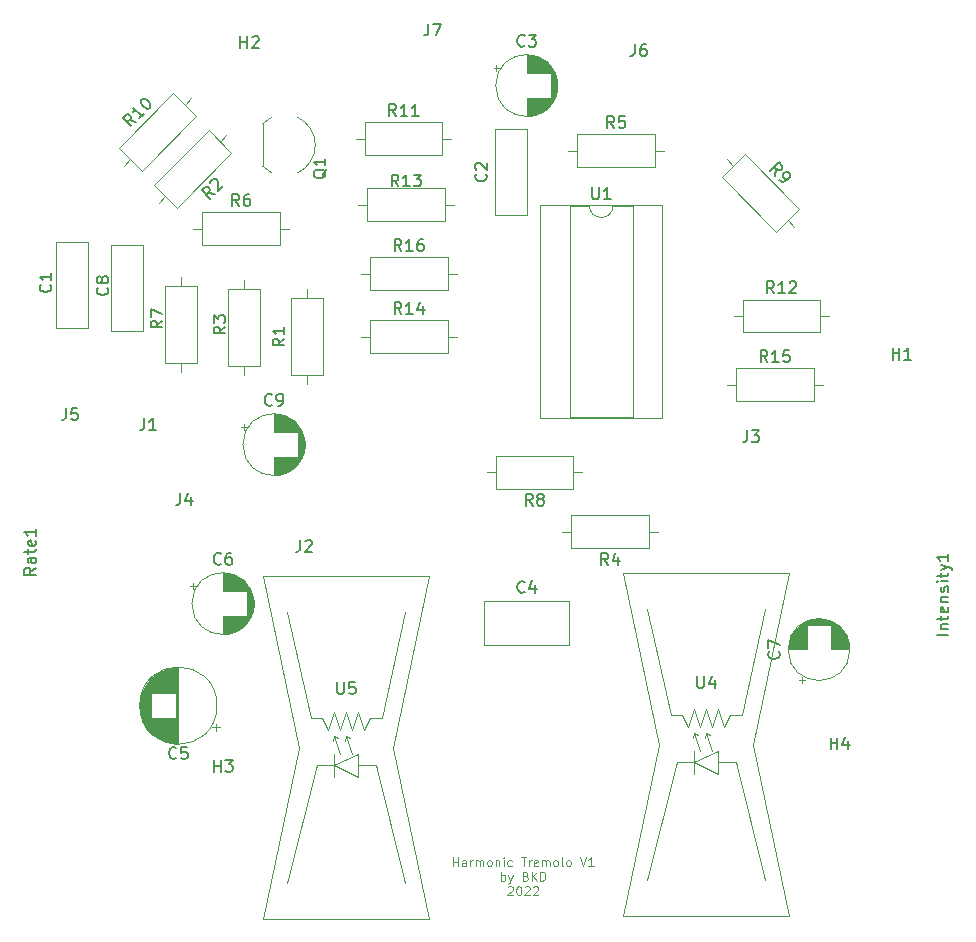
<source format=gto>
%TF.GenerationSoftware,KiCad,Pcbnew,(5.1.12)-1*%
%TF.CreationDate,2022-05-06T09:07:05-07:00*%
%TF.ProjectId,HarmonicTremolo_V01,4861726d-6f6e-4696-9354-72656d6f6c6f,rev?*%
%TF.SameCoordinates,Original*%
%TF.FileFunction,Legend,Top*%
%TF.FilePolarity,Positive*%
%FSLAX46Y46*%
G04 Gerber Fmt 4.6, Leading zero omitted, Abs format (unit mm)*
G04 Created by KiCad (PCBNEW (5.1.12)-1) date 2022-05-06 09:07:05*
%MOMM*%
%LPD*%
G01*
G04 APERTURE LIST*
%ADD10C,0.100000*%
%ADD11C,0.120000*%
%ADD12C,0.150000*%
%ADD13C,1.600000*%
%ADD14R,1.600000X1.600000*%
%ADD15C,3.900000*%
%ADD16C,2.250000*%
%ADD17R,1.800000X1.800000*%
%ADD18C,1.800000*%
%ADD19C,1.500000*%
%ADD20R,1.500000X1.500000*%
%ADD21O,1.600000X1.600000*%
%ADD22C,6.000000*%
%ADD23C,3.400000*%
G04 APERTURE END LIST*
D10*
X165267428Y-140592285D02*
X165267428Y-139842285D01*
X165267428Y-140199428D02*
X165696000Y-140199428D01*
X165696000Y-140592285D02*
X165696000Y-139842285D01*
X166374571Y-140592285D02*
X166374571Y-140199428D01*
X166338857Y-140128000D01*
X166267428Y-140092285D01*
X166124571Y-140092285D01*
X166053142Y-140128000D01*
X166374571Y-140556571D02*
X166303142Y-140592285D01*
X166124571Y-140592285D01*
X166053142Y-140556571D01*
X166017428Y-140485142D01*
X166017428Y-140413714D01*
X166053142Y-140342285D01*
X166124571Y-140306571D01*
X166303142Y-140306571D01*
X166374571Y-140270857D01*
X166731714Y-140592285D02*
X166731714Y-140092285D01*
X166731714Y-140235142D02*
X166767428Y-140163714D01*
X166803142Y-140128000D01*
X166874571Y-140092285D01*
X166946000Y-140092285D01*
X167196000Y-140592285D02*
X167196000Y-140092285D01*
X167196000Y-140163714D02*
X167231714Y-140128000D01*
X167303142Y-140092285D01*
X167410285Y-140092285D01*
X167481714Y-140128000D01*
X167517428Y-140199428D01*
X167517428Y-140592285D01*
X167517428Y-140199428D02*
X167553142Y-140128000D01*
X167624571Y-140092285D01*
X167731714Y-140092285D01*
X167803142Y-140128000D01*
X167838857Y-140199428D01*
X167838857Y-140592285D01*
X168303142Y-140592285D02*
X168231714Y-140556571D01*
X168196000Y-140520857D01*
X168160285Y-140449428D01*
X168160285Y-140235142D01*
X168196000Y-140163714D01*
X168231714Y-140128000D01*
X168303142Y-140092285D01*
X168410285Y-140092285D01*
X168481714Y-140128000D01*
X168517428Y-140163714D01*
X168553142Y-140235142D01*
X168553142Y-140449428D01*
X168517428Y-140520857D01*
X168481714Y-140556571D01*
X168410285Y-140592285D01*
X168303142Y-140592285D01*
X168874571Y-140092285D02*
X168874571Y-140592285D01*
X168874571Y-140163714D02*
X168910285Y-140128000D01*
X168981714Y-140092285D01*
X169088857Y-140092285D01*
X169160285Y-140128000D01*
X169196000Y-140199428D01*
X169196000Y-140592285D01*
X169553142Y-140592285D02*
X169553142Y-140092285D01*
X169553142Y-139842285D02*
X169517428Y-139878000D01*
X169553142Y-139913714D01*
X169588857Y-139878000D01*
X169553142Y-139842285D01*
X169553142Y-139913714D01*
X170231714Y-140556571D02*
X170160285Y-140592285D01*
X170017428Y-140592285D01*
X169946000Y-140556571D01*
X169910285Y-140520857D01*
X169874571Y-140449428D01*
X169874571Y-140235142D01*
X169910285Y-140163714D01*
X169946000Y-140128000D01*
X170017428Y-140092285D01*
X170160285Y-140092285D01*
X170231714Y-140128000D01*
X171017428Y-139842285D02*
X171446000Y-139842285D01*
X171231714Y-140592285D02*
X171231714Y-139842285D01*
X171696000Y-140592285D02*
X171696000Y-140092285D01*
X171696000Y-140235142D02*
X171731714Y-140163714D01*
X171767428Y-140128000D01*
X171838857Y-140092285D01*
X171910285Y-140092285D01*
X172446000Y-140556571D02*
X172374571Y-140592285D01*
X172231714Y-140592285D01*
X172160285Y-140556571D01*
X172124571Y-140485142D01*
X172124571Y-140199428D01*
X172160285Y-140128000D01*
X172231714Y-140092285D01*
X172374571Y-140092285D01*
X172446000Y-140128000D01*
X172481714Y-140199428D01*
X172481714Y-140270857D01*
X172124571Y-140342285D01*
X172803142Y-140592285D02*
X172803142Y-140092285D01*
X172803142Y-140163714D02*
X172838857Y-140128000D01*
X172910285Y-140092285D01*
X173017428Y-140092285D01*
X173088857Y-140128000D01*
X173124571Y-140199428D01*
X173124571Y-140592285D01*
X173124571Y-140199428D02*
X173160285Y-140128000D01*
X173231714Y-140092285D01*
X173338857Y-140092285D01*
X173410285Y-140128000D01*
X173446000Y-140199428D01*
X173446000Y-140592285D01*
X173910285Y-140592285D02*
X173838857Y-140556571D01*
X173803142Y-140520857D01*
X173767428Y-140449428D01*
X173767428Y-140235142D01*
X173803142Y-140163714D01*
X173838857Y-140128000D01*
X173910285Y-140092285D01*
X174017428Y-140092285D01*
X174088857Y-140128000D01*
X174124571Y-140163714D01*
X174160285Y-140235142D01*
X174160285Y-140449428D01*
X174124571Y-140520857D01*
X174088857Y-140556571D01*
X174017428Y-140592285D01*
X173910285Y-140592285D01*
X174588857Y-140592285D02*
X174517428Y-140556571D01*
X174481714Y-140485142D01*
X174481714Y-139842285D01*
X174981714Y-140592285D02*
X174910285Y-140556571D01*
X174874571Y-140520857D01*
X174838857Y-140449428D01*
X174838857Y-140235142D01*
X174874571Y-140163714D01*
X174910285Y-140128000D01*
X174981714Y-140092285D01*
X175088857Y-140092285D01*
X175160285Y-140128000D01*
X175196000Y-140163714D01*
X175231714Y-140235142D01*
X175231714Y-140449428D01*
X175196000Y-140520857D01*
X175160285Y-140556571D01*
X175088857Y-140592285D01*
X174981714Y-140592285D01*
X176017428Y-139842285D02*
X176267428Y-140592285D01*
X176517428Y-139842285D01*
X177160285Y-140592285D02*
X176731714Y-140592285D01*
X176946000Y-140592285D02*
X176946000Y-139842285D01*
X176874571Y-139949428D01*
X176803142Y-140020857D01*
X176731714Y-140056571D01*
X169338857Y-141817285D02*
X169338857Y-141067285D01*
X169338857Y-141353000D02*
X169410285Y-141317285D01*
X169553142Y-141317285D01*
X169624571Y-141353000D01*
X169660285Y-141388714D01*
X169696000Y-141460142D01*
X169696000Y-141674428D01*
X169660285Y-141745857D01*
X169624571Y-141781571D01*
X169553142Y-141817285D01*
X169410285Y-141817285D01*
X169338857Y-141781571D01*
X169946000Y-141317285D02*
X170124571Y-141817285D01*
X170303142Y-141317285D02*
X170124571Y-141817285D01*
X170053142Y-141995857D01*
X170017428Y-142031571D01*
X169946000Y-142067285D01*
X171410285Y-141424428D02*
X171517428Y-141460142D01*
X171553142Y-141495857D01*
X171588857Y-141567285D01*
X171588857Y-141674428D01*
X171553142Y-141745857D01*
X171517428Y-141781571D01*
X171446000Y-141817285D01*
X171160285Y-141817285D01*
X171160285Y-141067285D01*
X171410285Y-141067285D01*
X171481714Y-141103000D01*
X171517428Y-141138714D01*
X171553142Y-141210142D01*
X171553142Y-141281571D01*
X171517428Y-141353000D01*
X171481714Y-141388714D01*
X171410285Y-141424428D01*
X171160285Y-141424428D01*
X171910285Y-141817285D02*
X171910285Y-141067285D01*
X172338857Y-141817285D02*
X172017428Y-141388714D01*
X172338857Y-141067285D02*
X171910285Y-141495857D01*
X172660285Y-141817285D02*
X172660285Y-141067285D01*
X172838857Y-141067285D01*
X172946000Y-141103000D01*
X173017428Y-141174428D01*
X173053142Y-141245857D01*
X173088857Y-141388714D01*
X173088857Y-141495857D01*
X173053142Y-141638714D01*
X173017428Y-141710142D01*
X172946000Y-141781571D01*
X172838857Y-141817285D01*
X172660285Y-141817285D01*
X169910285Y-142363714D02*
X169946000Y-142328000D01*
X170017428Y-142292285D01*
X170196000Y-142292285D01*
X170267428Y-142328000D01*
X170303142Y-142363714D01*
X170338857Y-142435142D01*
X170338857Y-142506571D01*
X170303142Y-142613714D01*
X169874571Y-143042285D01*
X170338857Y-143042285D01*
X170803142Y-142292285D02*
X170874571Y-142292285D01*
X170946000Y-142328000D01*
X170981714Y-142363714D01*
X171017428Y-142435142D01*
X171053142Y-142578000D01*
X171053142Y-142756571D01*
X171017428Y-142899428D01*
X170981714Y-142970857D01*
X170946000Y-143006571D01*
X170874571Y-143042285D01*
X170803142Y-143042285D01*
X170731714Y-143006571D01*
X170696000Y-142970857D01*
X170660285Y-142899428D01*
X170624571Y-142756571D01*
X170624571Y-142578000D01*
X170660285Y-142435142D01*
X170696000Y-142363714D01*
X170731714Y-142328000D01*
X170803142Y-142292285D01*
X171338857Y-142363714D02*
X171374571Y-142328000D01*
X171446000Y-142292285D01*
X171624571Y-142292285D01*
X171696000Y-142328000D01*
X171731714Y-142363714D01*
X171767428Y-142435142D01*
X171767428Y-142506571D01*
X171731714Y-142613714D01*
X171303142Y-143042285D01*
X171767428Y-143042285D01*
X172053142Y-142363714D02*
X172088857Y-142328000D01*
X172160285Y-142292285D01*
X172338857Y-142292285D01*
X172410285Y-142328000D01*
X172446000Y-142363714D01*
X172481714Y-142435142D01*
X172481714Y-142506571D01*
X172446000Y-142613714D01*
X172017428Y-143042285D01*
X172481714Y-143042285D01*
D11*
%TO.C,C2*%
X168810000Y-78208000D02*
X171550000Y-78208000D01*
X168810000Y-85448000D02*
X171550000Y-85448000D01*
X171550000Y-85448000D02*
X171550000Y-78208000D01*
X168810000Y-85448000D02*
X168810000Y-78208000D01*
%TO.C,C8*%
X139038000Y-88034000D02*
X139038000Y-95274000D01*
X136298000Y-88034000D02*
X136298000Y-95274000D01*
X139038000Y-88034000D02*
X136298000Y-88034000D01*
X139038000Y-95274000D02*
X136298000Y-95274000D01*
%TO.C,C5*%
X145191241Y-129154000D02*
X145191241Y-128524000D01*
X145506241Y-128839000D02*
X144876241Y-128839000D01*
X138765000Y-127402000D02*
X138765000Y-126598000D01*
X138805000Y-127633000D02*
X138805000Y-126367000D01*
X138845000Y-127802000D02*
X138845000Y-126198000D01*
X138885000Y-127940000D02*
X138885000Y-126060000D01*
X138925000Y-128059000D02*
X138925000Y-125941000D01*
X138965000Y-128165000D02*
X138965000Y-125835000D01*
X139005000Y-128262000D02*
X139005000Y-125738000D01*
X139045000Y-128350000D02*
X139045000Y-125650000D01*
X139085000Y-128432000D02*
X139085000Y-125568000D01*
X139125000Y-128509000D02*
X139125000Y-125491000D01*
X139165000Y-128581000D02*
X139165000Y-125419000D01*
X139205000Y-128650000D02*
X139205000Y-125350000D01*
X139245000Y-128714000D02*
X139245000Y-125286000D01*
X139285000Y-128776000D02*
X139285000Y-125224000D01*
X139325000Y-128834000D02*
X139325000Y-125166000D01*
X139365000Y-128890000D02*
X139365000Y-125110000D01*
X139405000Y-128944000D02*
X139405000Y-125056000D01*
X139445000Y-128995000D02*
X139445000Y-125005000D01*
X139485000Y-129044000D02*
X139485000Y-124956000D01*
X139525000Y-129092000D02*
X139525000Y-124908000D01*
X139565000Y-129137000D02*
X139565000Y-124863000D01*
X139605000Y-129182000D02*
X139605000Y-124818000D01*
X139645000Y-129224000D02*
X139645000Y-124776000D01*
X139685000Y-129265000D02*
X139685000Y-124735000D01*
X139725000Y-125960000D02*
X139725000Y-124695000D01*
X139725000Y-129305000D02*
X139725000Y-128040000D01*
X139765000Y-125960000D02*
X139765000Y-124657000D01*
X139765000Y-129343000D02*
X139765000Y-128040000D01*
X139805000Y-125960000D02*
X139805000Y-124620000D01*
X139805000Y-129380000D02*
X139805000Y-128040000D01*
X139845000Y-125960000D02*
X139845000Y-124584000D01*
X139845000Y-129416000D02*
X139845000Y-128040000D01*
X139885000Y-125960000D02*
X139885000Y-124550000D01*
X139885000Y-129450000D02*
X139885000Y-128040000D01*
X139925000Y-125960000D02*
X139925000Y-124516000D01*
X139925000Y-129484000D02*
X139925000Y-128040000D01*
X139965000Y-125960000D02*
X139965000Y-124484000D01*
X139965000Y-129516000D02*
X139965000Y-128040000D01*
X140005000Y-125960000D02*
X140005000Y-124452000D01*
X140005000Y-129548000D02*
X140005000Y-128040000D01*
X140045000Y-125960000D02*
X140045000Y-124422000D01*
X140045000Y-129578000D02*
X140045000Y-128040000D01*
X140085000Y-125960000D02*
X140085000Y-124393000D01*
X140085000Y-129607000D02*
X140085000Y-128040000D01*
X140125000Y-125960000D02*
X140125000Y-124364000D01*
X140125000Y-129636000D02*
X140125000Y-128040000D01*
X140165000Y-125960000D02*
X140165000Y-124336000D01*
X140165000Y-129664000D02*
X140165000Y-128040000D01*
X140205000Y-125960000D02*
X140205000Y-124310000D01*
X140205000Y-129690000D02*
X140205000Y-128040000D01*
X140245000Y-125960000D02*
X140245000Y-124284000D01*
X140245000Y-129716000D02*
X140245000Y-128040000D01*
X140285000Y-125960000D02*
X140285000Y-124258000D01*
X140285000Y-129742000D02*
X140285000Y-128040000D01*
X140325000Y-125960000D02*
X140325000Y-124234000D01*
X140325000Y-129766000D02*
X140325000Y-128040000D01*
X140365000Y-125960000D02*
X140365000Y-124210000D01*
X140365000Y-129790000D02*
X140365000Y-128040000D01*
X140405000Y-125960000D02*
X140405000Y-124188000D01*
X140405000Y-129812000D02*
X140405000Y-128040000D01*
X140445000Y-125960000D02*
X140445000Y-124166000D01*
X140445000Y-129834000D02*
X140445000Y-128040000D01*
X140485000Y-125960000D02*
X140485000Y-124144000D01*
X140485000Y-129856000D02*
X140485000Y-128040000D01*
X140525000Y-125960000D02*
X140525000Y-124124000D01*
X140525000Y-129876000D02*
X140525000Y-128040000D01*
X140565000Y-125960000D02*
X140565000Y-124104000D01*
X140565000Y-129896000D02*
X140565000Y-128040000D01*
X140605000Y-125960000D02*
X140605000Y-124084000D01*
X140605000Y-129916000D02*
X140605000Y-128040000D01*
X140645000Y-125960000D02*
X140645000Y-124066000D01*
X140645000Y-129934000D02*
X140645000Y-128040000D01*
X140685000Y-125960000D02*
X140685000Y-124048000D01*
X140685000Y-129952000D02*
X140685000Y-128040000D01*
X140725000Y-125960000D02*
X140725000Y-124030000D01*
X140725000Y-129970000D02*
X140725000Y-128040000D01*
X140765000Y-125960000D02*
X140765000Y-124014000D01*
X140765000Y-129986000D02*
X140765000Y-128040000D01*
X140805000Y-125960000D02*
X140805000Y-123998000D01*
X140805000Y-130002000D02*
X140805000Y-128040000D01*
X140845000Y-125960000D02*
X140845000Y-123982000D01*
X140845000Y-130018000D02*
X140845000Y-128040000D01*
X140885000Y-125960000D02*
X140885000Y-123967000D01*
X140885000Y-130033000D02*
X140885000Y-128040000D01*
X140925000Y-125960000D02*
X140925000Y-123953000D01*
X140925000Y-130047000D02*
X140925000Y-128040000D01*
X140965000Y-125960000D02*
X140965000Y-123939000D01*
X140965000Y-130061000D02*
X140965000Y-128040000D01*
X141005000Y-125960000D02*
X141005000Y-123926000D01*
X141005000Y-130074000D02*
X141005000Y-128040000D01*
X141045000Y-125960000D02*
X141045000Y-123914000D01*
X141045000Y-130086000D02*
X141045000Y-128040000D01*
X141085000Y-125960000D02*
X141085000Y-123902000D01*
X141085000Y-130098000D02*
X141085000Y-128040000D01*
X141125000Y-125960000D02*
X141125000Y-123890000D01*
X141125000Y-130110000D02*
X141125000Y-128040000D01*
X141165000Y-125960000D02*
X141165000Y-123879000D01*
X141165000Y-130121000D02*
X141165000Y-128040000D01*
X141205000Y-125960000D02*
X141205000Y-123869000D01*
X141205000Y-130131000D02*
X141205000Y-128040000D01*
X141245000Y-125960000D02*
X141245000Y-123859000D01*
X141245000Y-130141000D02*
X141245000Y-128040000D01*
X141285000Y-125960000D02*
X141285000Y-123850000D01*
X141285000Y-130150000D02*
X141285000Y-128040000D01*
X141326000Y-125960000D02*
X141326000Y-123841000D01*
X141326000Y-130159000D02*
X141326000Y-128040000D01*
X141366000Y-125960000D02*
X141366000Y-123833000D01*
X141366000Y-130167000D02*
X141366000Y-128040000D01*
X141406000Y-125960000D02*
X141406000Y-123825000D01*
X141406000Y-130175000D02*
X141406000Y-128040000D01*
X141446000Y-125960000D02*
X141446000Y-123818000D01*
X141446000Y-130182000D02*
X141446000Y-128040000D01*
X141486000Y-125960000D02*
X141486000Y-123811000D01*
X141486000Y-130189000D02*
X141486000Y-128040000D01*
X141526000Y-125960000D02*
X141526000Y-123805000D01*
X141526000Y-130195000D02*
X141526000Y-128040000D01*
X141566000Y-125960000D02*
X141566000Y-123799000D01*
X141566000Y-130201000D02*
X141566000Y-128040000D01*
X141606000Y-125960000D02*
X141606000Y-123794000D01*
X141606000Y-130206000D02*
X141606000Y-128040000D01*
X141646000Y-125960000D02*
X141646000Y-123789000D01*
X141646000Y-130211000D02*
X141646000Y-128040000D01*
X141686000Y-125960000D02*
X141686000Y-123785000D01*
X141686000Y-130215000D02*
X141686000Y-128040000D01*
X141726000Y-125960000D02*
X141726000Y-123782000D01*
X141726000Y-130218000D02*
X141726000Y-128040000D01*
X141766000Y-125960000D02*
X141766000Y-123778000D01*
X141766000Y-130222000D02*
X141766000Y-128040000D01*
X141806000Y-130224000D02*
X141806000Y-123776000D01*
X141846000Y-130227000D02*
X141846000Y-123773000D01*
X141886000Y-130228000D02*
X141886000Y-123772000D01*
X141926000Y-130230000D02*
X141926000Y-123770000D01*
X141966000Y-130230000D02*
X141966000Y-123770000D01*
X142006000Y-130230000D02*
X142006000Y-123770000D01*
X145276000Y-127000000D02*
G75*
G03*
X145276000Y-127000000I-3270000J0D01*
G01*
%TO.C,U4*%
X179690000Y-115802000D02*
X193690000Y-115802000D01*
X193690000Y-115802000D02*
X190690000Y-130302000D01*
X190690000Y-130302000D02*
X193690000Y-144802000D01*
X193690000Y-144802000D02*
X179690000Y-144802000D01*
X179690000Y-144802000D02*
X182690000Y-130302000D01*
X182690000Y-130302000D02*
X179690000Y-115802000D01*
X191690000Y-141802000D02*
X189190000Y-131802000D01*
X189190000Y-131802000D02*
X187690000Y-131802000D01*
X187690000Y-131802000D02*
X187690000Y-132802000D01*
X187690000Y-132802000D02*
X185690000Y-131802000D01*
X185690000Y-131802000D02*
X187690000Y-130802000D01*
X187690000Y-130802000D02*
X187690000Y-131802000D01*
X185690000Y-132802000D02*
X185690000Y-130802000D01*
X185690000Y-130802000D02*
X185690000Y-131802000D01*
X185690000Y-131802000D02*
X184190000Y-131802000D01*
X184190000Y-131802000D02*
X181690000Y-141802000D01*
X186190000Y-130802000D02*
X185690000Y-129302000D01*
X185690000Y-129302000D02*
X185590000Y-129702000D01*
X187190000Y-130802000D02*
X186690000Y-129302000D01*
X186690000Y-129302000D02*
X186590000Y-129702000D01*
X191690000Y-118802000D02*
X189690000Y-127802000D01*
X188690000Y-127802000D02*
X188190000Y-128802000D01*
X188190000Y-128802000D02*
X187690000Y-127302000D01*
X187690000Y-127302000D02*
X187190000Y-128802000D01*
X187190000Y-128802000D02*
X186690000Y-127302000D01*
X186690000Y-127302000D02*
X186190000Y-128802000D01*
X186190000Y-128802000D02*
X185690000Y-127302000D01*
X185690000Y-127302000D02*
X185190000Y-128802000D01*
X185190000Y-128802000D02*
X184690000Y-127802000D01*
X181690000Y-118802000D02*
X183690000Y-127802000D01*
X189690000Y-127802000D02*
X188690000Y-127802000D01*
X184690000Y-127802000D02*
X183690000Y-127802000D01*
X186690000Y-129302000D02*
X186990000Y-129502000D01*
X185690000Y-129302000D02*
X185990000Y-129502000D01*
%TO.C,U5*%
X149210000Y-116056000D02*
X163210000Y-116056000D01*
X163210000Y-116056000D02*
X160210000Y-130556000D01*
X160210000Y-130556000D02*
X163210000Y-145056000D01*
X163210000Y-145056000D02*
X149210000Y-145056000D01*
X149210000Y-145056000D02*
X152210000Y-130556000D01*
X152210000Y-130556000D02*
X149210000Y-116056000D01*
X161210000Y-142056000D02*
X158710000Y-132056000D01*
X158710000Y-132056000D02*
X157210000Y-132056000D01*
X157210000Y-132056000D02*
X157210000Y-133056000D01*
X157210000Y-133056000D02*
X155210000Y-132056000D01*
X155210000Y-132056000D02*
X157210000Y-131056000D01*
X157210000Y-131056000D02*
X157210000Y-132056000D01*
X155210000Y-133056000D02*
X155210000Y-131056000D01*
X155210000Y-131056000D02*
X155210000Y-132056000D01*
X155210000Y-132056000D02*
X153710000Y-132056000D01*
X153710000Y-132056000D02*
X151210000Y-142056000D01*
X155710000Y-131056000D02*
X155210000Y-129556000D01*
X155210000Y-129556000D02*
X155110000Y-129956000D01*
X156710000Y-131056000D02*
X156210000Y-129556000D01*
X156210000Y-129556000D02*
X156110000Y-129956000D01*
X161210000Y-119056000D02*
X159210000Y-128056000D01*
X158210000Y-128056000D02*
X157710000Y-129056000D01*
X157710000Y-129056000D02*
X157210000Y-127556000D01*
X157210000Y-127556000D02*
X156710000Y-129056000D01*
X156710000Y-129056000D02*
X156210000Y-127556000D01*
X156210000Y-127556000D02*
X155710000Y-129056000D01*
X155710000Y-129056000D02*
X155210000Y-127556000D01*
X155210000Y-127556000D02*
X154710000Y-129056000D01*
X154710000Y-129056000D02*
X154210000Y-128056000D01*
X151210000Y-119056000D02*
X153210000Y-128056000D01*
X159210000Y-128056000D02*
X158210000Y-128056000D01*
X154210000Y-128056000D02*
X153210000Y-128056000D01*
X156210000Y-129556000D02*
X156510000Y-129756000D01*
X155210000Y-129556000D02*
X155510000Y-129756000D01*
%TO.C,C1*%
X134370000Y-87780000D02*
X134370000Y-95020000D01*
X131630000Y-87780000D02*
X131630000Y-95020000D01*
X134370000Y-87780000D02*
X131630000Y-87780000D01*
X134370000Y-95020000D02*
X131630000Y-95020000D01*
%TO.C,C3*%
X174120000Y-74500000D02*
G75*
G03*
X174120000Y-74500000I-2620000J0D01*
G01*
X171500000Y-75540000D02*
X171500000Y-77080000D01*
X171500000Y-71920000D02*
X171500000Y-73460000D01*
X171540000Y-75540000D02*
X171540000Y-77080000D01*
X171540000Y-71920000D02*
X171540000Y-73460000D01*
X171580000Y-71921000D02*
X171580000Y-73460000D01*
X171580000Y-75540000D02*
X171580000Y-77079000D01*
X171620000Y-71922000D02*
X171620000Y-73460000D01*
X171620000Y-75540000D02*
X171620000Y-77078000D01*
X171660000Y-71924000D02*
X171660000Y-73460000D01*
X171660000Y-75540000D02*
X171660000Y-77076000D01*
X171700000Y-71927000D02*
X171700000Y-73460000D01*
X171700000Y-75540000D02*
X171700000Y-77073000D01*
X171740000Y-71931000D02*
X171740000Y-73460000D01*
X171740000Y-75540000D02*
X171740000Y-77069000D01*
X171780000Y-71935000D02*
X171780000Y-73460000D01*
X171780000Y-75540000D02*
X171780000Y-77065000D01*
X171820000Y-71939000D02*
X171820000Y-73460000D01*
X171820000Y-75540000D02*
X171820000Y-77061000D01*
X171860000Y-71944000D02*
X171860000Y-73460000D01*
X171860000Y-75540000D02*
X171860000Y-77056000D01*
X171900000Y-71950000D02*
X171900000Y-73460000D01*
X171900000Y-75540000D02*
X171900000Y-77050000D01*
X171940000Y-71957000D02*
X171940000Y-73460000D01*
X171940000Y-75540000D02*
X171940000Y-77043000D01*
X171980000Y-71964000D02*
X171980000Y-73460000D01*
X171980000Y-75540000D02*
X171980000Y-77036000D01*
X172020000Y-71972000D02*
X172020000Y-73460000D01*
X172020000Y-75540000D02*
X172020000Y-77028000D01*
X172060000Y-71980000D02*
X172060000Y-73460000D01*
X172060000Y-75540000D02*
X172060000Y-77020000D01*
X172100000Y-71989000D02*
X172100000Y-73460000D01*
X172100000Y-75540000D02*
X172100000Y-77011000D01*
X172140000Y-71999000D02*
X172140000Y-73460000D01*
X172140000Y-75540000D02*
X172140000Y-77001000D01*
X172180000Y-72009000D02*
X172180000Y-73460000D01*
X172180000Y-75540000D02*
X172180000Y-76991000D01*
X172221000Y-72020000D02*
X172221000Y-73460000D01*
X172221000Y-75540000D02*
X172221000Y-76980000D01*
X172261000Y-72032000D02*
X172261000Y-73460000D01*
X172261000Y-75540000D02*
X172261000Y-76968000D01*
X172301000Y-72045000D02*
X172301000Y-73460000D01*
X172301000Y-75540000D02*
X172301000Y-76955000D01*
X172341000Y-72058000D02*
X172341000Y-73460000D01*
X172341000Y-75540000D02*
X172341000Y-76942000D01*
X172381000Y-72072000D02*
X172381000Y-73460000D01*
X172381000Y-75540000D02*
X172381000Y-76928000D01*
X172421000Y-72086000D02*
X172421000Y-73460000D01*
X172421000Y-75540000D02*
X172421000Y-76914000D01*
X172461000Y-72102000D02*
X172461000Y-73460000D01*
X172461000Y-75540000D02*
X172461000Y-76898000D01*
X172501000Y-72118000D02*
X172501000Y-73460000D01*
X172501000Y-75540000D02*
X172501000Y-76882000D01*
X172541000Y-72135000D02*
X172541000Y-73460000D01*
X172541000Y-75540000D02*
X172541000Y-76865000D01*
X172581000Y-72152000D02*
X172581000Y-73460000D01*
X172581000Y-75540000D02*
X172581000Y-76848000D01*
X172621000Y-72171000D02*
X172621000Y-73460000D01*
X172621000Y-75540000D02*
X172621000Y-76829000D01*
X172661000Y-72190000D02*
X172661000Y-73460000D01*
X172661000Y-75540000D02*
X172661000Y-76810000D01*
X172701000Y-72210000D02*
X172701000Y-73460000D01*
X172701000Y-75540000D02*
X172701000Y-76790000D01*
X172741000Y-72232000D02*
X172741000Y-73460000D01*
X172741000Y-75540000D02*
X172741000Y-76768000D01*
X172781000Y-72253000D02*
X172781000Y-73460000D01*
X172781000Y-75540000D02*
X172781000Y-76747000D01*
X172821000Y-72276000D02*
X172821000Y-73460000D01*
X172821000Y-75540000D02*
X172821000Y-76724000D01*
X172861000Y-72300000D02*
X172861000Y-73460000D01*
X172861000Y-75540000D02*
X172861000Y-76700000D01*
X172901000Y-72325000D02*
X172901000Y-73460000D01*
X172901000Y-75540000D02*
X172901000Y-76675000D01*
X172941000Y-72351000D02*
X172941000Y-73460000D01*
X172941000Y-75540000D02*
X172941000Y-76649000D01*
X172981000Y-72378000D02*
X172981000Y-73460000D01*
X172981000Y-75540000D02*
X172981000Y-76622000D01*
X173021000Y-72405000D02*
X173021000Y-73460000D01*
X173021000Y-75540000D02*
X173021000Y-76595000D01*
X173061000Y-72435000D02*
X173061000Y-73460000D01*
X173061000Y-75540000D02*
X173061000Y-76565000D01*
X173101000Y-72465000D02*
X173101000Y-73460000D01*
X173101000Y-75540000D02*
X173101000Y-76535000D01*
X173141000Y-72496000D02*
X173141000Y-73460000D01*
X173141000Y-75540000D02*
X173141000Y-76504000D01*
X173181000Y-72529000D02*
X173181000Y-73460000D01*
X173181000Y-75540000D02*
X173181000Y-76471000D01*
X173221000Y-72563000D02*
X173221000Y-73460000D01*
X173221000Y-75540000D02*
X173221000Y-76437000D01*
X173261000Y-72599000D02*
X173261000Y-73460000D01*
X173261000Y-75540000D02*
X173261000Y-76401000D01*
X173301000Y-72636000D02*
X173301000Y-73460000D01*
X173301000Y-75540000D02*
X173301000Y-76364000D01*
X173341000Y-72674000D02*
X173341000Y-73460000D01*
X173341000Y-75540000D02*
X173341000Y-76326000D01*
X173381000Y-72715000D02*
X173381000Y-73460000D01*
X173381000Y-75540000D02*
X173381000Y-76285000D01*
X173421000Y-72757000D02*
X173421000Y-73460000D01*
X173421000Y-75540000D02*
X173421000Y-76243000D01*
X173461000Y-72801000D02*
X173461000Y-73460000D01*
X173461000Y-75540000D02*
X173461000Y-76199000D01*
X173501000Y-72847000D02*
X173501000Y-73460000D01*
X173501000Y-75540000D02*
X173501000Y-76153000D01*
X173541000Y-72895000D02*
X173541000Y-76105000D01*
X173581000Y-72946000D02*
X173581000Y-76054000D01*
X173621000Y-73000000D02*
X173621000Y-76000000D01*
X173661000Y-73057000D02*
X173661000Y-75943000D01*
X173701000Y-73117000D02*
X173701000Y-75883000D01*
X173741000Y-73181000D02*
X173741000Y-75819000D01*
X173781000Y-73249000D02*
X173781000Y-75751000D01*
X173821000Y-73322000D02*
X173821000Y-75678000D01*
X173861000Y-73402000D02*
X173861000Y-75598000D01*
X173901000Y-73489000D02*
X173901000Y-75511000D01*
X173941000Y-73585000D02*
X173941000Y-75415000D01*
X173981000Y-73695000D02*
X173981000Y-75305000D01*
X174021000Y-73823000D02*
X174021000Y-75177000D01*
X174061000Y-73982000D02*
X174061000Y-75018000D01*
X174101000Y-74216000D02*
X174101000Y-74784000D01*
X168695225Y-73025000D02*
X169195225Y-73025000D01*
X168945225Y-72775000D02*
X168945225Y-73275000D01*
%TO.C,C4*%
X175120000Y-118130000D02*
X175120000Y-121870000D01*
X167880000Y-118130000D02*
X167880000Y-121870000D01*
X167880000Y-121870000D02*
X175120000Y-121870000D01*
X167880000Y-118130000D02*
X175120000Y-118130000D01*
%TO.C,C6*%
X143225225Y-116639000D02*
X143225225Y-117139000D01*
X142975225Y-116889000D02*
X143475225Y-116889000D01*
X148381000Y-118080000D02*
X148381000Y-118648000D01*
X148341000Y-117846000D02*
X148341000Y-118882000D01*
X148301000Y-117687000D02*
X148301000Y-119041000D01*
X148261000Y-117559000D02*
X148261000Y-119169000D01*
X148221000Y-117449000D02*
X148221000Y-119279000D01*
X148181000Y-117353000D02*
X148181000Y-119375000D01*
X148141000Y-117266000D02*
X148141000Y-119462000D01*
X148101000Y-117186000D02*
X148101000Y-119542000D01*
X148061000Y-117113000D02*
X148061000Y-119615000D01*
X148021000Y-117045000D02*
X148021000Y-119683000D01*
X147981000Y-116981000D02*
X147981000Y-119747000D01*
X147941000Y-116921000D02*
X147941000Y-119807000D01*
X147901000Y-116864000D02*
X147901000Y-119864000D01*
X147861000Y-116810000D02*
X147861000Y-119918000D01*
X147821000Y-116759000D02*
X147821000Y-119969000D01*
X147781000Y-119404000D02*
X147781000Y-120017000D01*
X147781000Y-116711000D02*
X147781000Y-117324000D01*
X147741000Y-119404000D02*
X147741000Y-120063000D01*
X147741000Y-116665000D02*
X147741000Y-117324000D01*
X147701000Y-119404000D02*
X147701000Y-120107000D01*
X147701000Y-116621000D02*
X147701000Y-117324000D01*
X147661000Y-119404000D02*
X147661000Y-120149000D01*
X147661000Y-116579000D02*
X147661000Y-117324000D01*
X147621000Y-119404000D02*
X147621000Y-120190000D01*
X147621000Y-116538000D02*
X147621000Y-117324000D01*
X147581000Y-119404000D02*
X147581000Y-120228000D01*
X147581000Y-116500000D02*
X147581000Y-117324000D01*
X147541000Y-119404000D02*
X147541000Y-120265000D01*
X147541000Y-116463000D02*
X147541000Y-117324000D01*
X147501000Y-119404000D02*
X147501000Y-120301000D01*
X147501000Y-116427000D02*
X147501000Y-117324000D01*
X147461000Y-119404000D02*
X147461000Y-120335000D01*
X147461000Y-116393000D02*
X147461000Y-117324000D01*
X147421000Y-119404000D02*
X147421000Y-120368000D01*
X147421000Y-116360000D02*
X147421000Y-117324000D01*
X147381000Y-119404000D02*
X147381000Y-120399000D01*
X147381000Y-116329000D02*
X147381000Y-117324000D01*
X147341000Y-119404000D02*
X147341000Y-120429000D01*
X147341000Y-116299000D02*
X147341000Y-117324000D01*
X147301000Y-119404000D02*
X147301000Y-120459000D01*
X147301000Y-116269000D02*
X147301000Y-117324000D01*
X147261000Y-119404000D02*
X147261000Y-120486000D01*
X147261000Y-116242000D02*
X147261000Y-117324000D01*
X147221000Y-119404000D02*
X147221000Y-120513000D01*
X147221000Y-116215000D02*
X147221000Y-117324000D01*
X147181000Y-119404000D02*
X147181000Y-120539000D01*
X147181000Y-116189000D02*
X147181000Y-117324000D01*
X147141000Y-119404000D02*
X147141000Y-120564000D01*
X147141000Y-116164000D02*
X147141000Y-117324000D01*
X147101000Y-119404000D02*
X147101000Y-120588000D01*
X147101000Y-116140000D02*
X147101000Y-117324000D01*
X147061000Y-119404000D02*
X147061000Y-120611000D01*
X147061000Y-116117000D02*
X147061000Y-117324000D01*
X147021000Y-119404000D02*
X147021000Y-120632000D01*
X147021000Y-116096000D02*
X147021000Y-117324000D01*
X146981000Y-119404000D02*
X146981000Y-120654000D01*
X146981000Y-116074000D02*
X146981000Y-117324000D01*
X146941000Y-119404000D02*
X146941000Y-120674000D01*
X146941000Y-116054000D02*
X146941000Y-117324000D01*
X146901000Y-119404000D02*
X146901000Y-120693000D01*
X146901000Y-116035000D02*
X146901000Y-117324000D01*
X146861000Y-119404000D02*
X146861000Y-120712000D01*
X146861000Y-116016000D02*
X146861000Y-117324000D01*
X146821000Y-119404000D02*
X146821000Y-120729000D01*
X146821000Y-115999000D02*
X146821000Y-117324000D01*
X146781000Y-119404000D02*
X146781000Y-120746000D01*
X146781000Y-115982000D02*
X146781000Y-117324000D01*
X146741000Y-119404000D02*
X146741000Y-120762000D01*
X146741000Y-115966000D02*
X146741000Y-117324000D01*
X146701000Y-119404000D02*
X146701000Y-120778000D01*
X146701000Y-115950000D02*
X146701000Y-117324000D01*
X146661000Y-119404000D02*
X146661000Y-120792000D01*
X146661000Y-115936000D02*
X146661000Y-117324000D01*
X146621000Y-119404000D02*
X146621000Y-120806000D01*
X146621000Y-115922000D02*
X146621000Y-117324000D01*
X146581000Y-119404000D02*
X146581000Y-120819000D01*
X146581000Y-115909000D02*
X146581000Y-117324000D01*
X146541000Y-119404000D02*
X146541000Y-120832000D01*
X146541000Y-115896000D02*
X146541000Y-117324000D01*
X146501000Y-119404000D02*
X146501000Y-120844000D01*
X146501000Y-115884000D02*
X146501000Y-117324000D01*
X146460000Y-119404000D02*
X146460000Y-120855000D01*
X146460000Y-115873000D02*
X146460000Y-117324000D01*
X146420000Y-119404000D02*
X146420000Y-120865000D01*
X146420000Y-115863000D02*
X146420000Y-117324000D01*
X146380000Y-119404000D02*
X146380000Y-120875000D01*
X146380000Y-115853000D02*
X146380000Y-117324000D01*
X146340000Y-119404000D02*
X146340000Y-120884000D01*
X146340000Y-115844000D02*
X146340000Y-117324000D01*
X146300000Y-119404000D02*
X146300000Y-120892000D01*
X146300000Y-115836000D02*
X146300000Y-117324000D01*
X146260000Y-119404000D02*
X146260000Y-120900000D01*
X146260000Y-115828000D02*
X146260000Y-117324000D01*
X146220000Y-119404000D02*
X146220000Y-120907000D01*
X146220000Y-115821000D02*
X146220000Y-117324000D01*
X146180000Y-119404000D02*
X146180000Y-120914000D01*
X146180000Y-115814000D02*
X146180000Y-117324000D01*
X146140000Y-119404000D02*
X146140000Y-120920000D01*
X146140000Y-115808000D02*
X146140000Y-117324000D01*
X146100000Y-119404000D02*
X146100000Y-120925000D01*
X146100000Y-115803000D02*
X146100000Y-117324000D01*
X146060000Y-119404000D02*
X146060000Y-120929000D01*
X146060000Y-115799000D02*
X146060000Y-117324000D01*
X146020000Y-119404000D02*
X146020000Y-120933000D01*
X146020000Y-115795000D02*
X146020000Y-117324000D01*
X145980000Y-119404000D02*
X145980000Y-120937000D01*
X145980000Y-115791000D02*
X145980000Y-117324000D01*
X145940000Y-119404000D02*
X145940000Y-120940000D01*
X145940000Y-115788000D02*
X145940000Y-117324000D01*
X145900000Y-119404000D02*
X145900000Y-120942000D01*
X145900000Y-115786000D02*
X145900000Y-117324000D01*
X145860000Y-119404000D02*
X145860000Y-120943000D01*
X145860000Y-115785000D02*
X145860000Y-117324000D01*
X145820000Y-115784000D02*
X145820000Y-117324000D01*
X145820000Y-119404000D02*
X145820000Y-120944000D01*
X145780000Y-115784000D02*
X145780000Y-117324000D01*
X145780000Y-119404000D02*
X145780000Y-120944000D01*
X148400000Y-118364000D02*
G75*
G03*
X148400000Y-118364000I-2620000J0D01*
G01*
%TO.C,C7*%
X194525000Y-124804775D02*
X195025000Y-124804775D01*
X194775000Y-125054775D02*
X194775000Y-124554775D01*
X195966000Y-119649000D02*
X196534000Y-119649000D01*
X195732000Y-119689000D02*
X196768000Y-119689000D01*
X195573000Y-119729000D02*
X196927000Y-119729000D01*
X195445000Y-119769000D02*
X197055000Y-119769000D01*
X195335000Y-119809000D02*
X197165000Y-119809000D01*
X195239000Y-119849000D02*
X197261000Y-119849000D01*
X195152000Y-119889000D02*
X197348000Y-119889000D01*
X195072000Y-119929000D02*
X197428000Y-119929000D01*
X194999000Y-119969000D02*
X197501000Y-119969000D01*
X194931000Y-120009000D02*
X197569000Y-120009000D01*
X194867000Y-120049000D02*
X197633000Y-120049000D01*
X194807000Y-120089000D02*
X197693000Y-120089000D01*
X194750000Y-120129000D02*
X197750000Y-120129000D01*
X194696000Y-120169000D02*
X197804000Y-120169000D01*
X194645000Y-120209000D02*
X197855000Y-120209000D01*
X197290000Y-120249000D02*
X197903000Y-120249000D01*
X194597000Y-120249000D02*
X195210000Y-120249000D01*
X197290000Y-120289000D02*
X197949000Y-120289000D01*
X194551000Y-120289000D02*
X195210000Y-120289000D01*
X197290000Y-120329000D02*
X197993000Y-120329000D01*
X194507000Y-120329000D02*
X195210000Y-120329000D01*
X197290000Y-120369000D02*
X198035000Y-120369000D01*
X194465000Y-120369000D02*
X195210000Y-120369000D01*
X197290000Y-120409000D02*
X198076000Y-120409000D01*
X194424000Y-120409000D02*
X195210000Y-120409000D01*
X197290000Y-120449000D02*
X198114000Y-120449000D01*
X194386000Y-120449000D02*
X195210000Y-120449000D01*
X197290000Y-120489000D02*
X198151000Y-120489000D01*
X194349000Y-120489000D02*
X195210000Y-120489000D01*
X197290000Y-120529000D02*
X198187000Y-120529000D01*
X194313000Y-120529000D02*
X195210000Y-120529000D01*
X197290000Y-120569000D02*
X198221000Y-120569000D01*
X194279000Y-120569000D02*
X195210000Y-120569000D01*
X197290000Y-120609000D02*
X198254000Y-120609000D01*
X194246000Y-120609000D02*
X195210000Y-120609000D01*
X197290000Y-120649000D02*
X198285000Y-120649000D01*
X194215000Y-120649000D02*
X195210000Y-120649000D01*
X197290000Y-120689000D02*
X198315000Y-120689000D01*
X194185000Y-120689000D02*
X195210000Y-120689000D01*
X197290000Y-120729000D02*
X198345000Y-120729000D01*
X194155000Y-120729000D02*
X195210000Y-120729000D01*
X197290000Y-120769000D02*
X198372000Y-120769000D01*
X194128000Y-120769000D02*
X195210000Y-120769000D01*
X197290000Y-120809000D02*
X198399000Y-120809000D01*
X194101000Y-120809000D02*
X195210000Y-120809000D01*
X197290000Y-120849000D02*
X198425000Y-120849000D01*
X194075000Y-120849000D02*
X195210000Y-120849000D01*
X197290000Y-120889000D02*
X198450000Y-120889000D01*
X194050000Y-120889000D02*
X195210000Y-120889000D01*
X197290000Y-120929000D02*
X198474000Y-120929000D01*
X194026000Y-120929000D02*
X195210000Y-120929000D01*
X197290000Y-120969000D02*
X198497000Y-120969000D01*
X194003000Y-120969000D02*
X195210000Y-120969000D01*
X197290000Y-121009000D02*
X198518000Y-121009000D01*
X193982000Y-121009000D02*
X195210000Y-121009000D01*
X197290000Y-121049000D02*
X198540000Y-121049000D01*
X193960000Y-121049000D02*
X195210000Y-121049000D01*
X197290000Y-121089000D02*
X198560000Y-121089000D01*
X193940000Y-121089000D02*
X195210000Y-121089000D01*
X197290000Y-121129000D02*
X198579000Y-121129000D01*
X193921000Y-121129000D02*
X195210000Y-121129000D01*
X197290000Y-121169000D02*
X198598000Y-121169000D01*
X193902000Y-121169000D02*
X195210000Y-121169000D01*
X197290000Y-121209000D02*
X198615000Y-121209000D01*
X193885000Y-121209000D02*
X195210000Y-121209000D01*
X197290000Y-121249000D02*
X198632000Y-121249000D01*
X193868000Y-121249000D02*
X195210000Y-121249000D01*
X197290000Y-121289000D02*
X198648000Y-121289000D01*
X193852000Y-121289000D02*
X195210000Y-121289000D01*
X197290000Y-121329000D02*
X198664000Y-121329000D01*
X193836000Y-121329000D02*
X195210000Y-121329000D01*
X197290000Y-121369000D02*
X198678000Y-121369000D01*
X193822000Y-121369000D02*
X195210000Y-121369000D01*
X197290000Y-121409000D02*
X198692000Y-121409000D01*
X193808000Y-121409000D02*
X195210000Y-121409000D01*
X197290000Y-121449000D02*
X198705000Y-121449000D01*
X193795000Y-121449000D02*
X195210000Y-121449000D01*
X197290000Y-121489000D02*
X198718000Y-121489000D01*
X193782000Y-121489000D02*
X195210000Y-121489000D01*
X197290000Y-121529000D02*
X198730000Y-121529000D01*
X193770000Y-121529000D02*
X195210000Y-121529000D01*
X197290000Y-121570000D02*
X198741000Y-121570000D01*
X193759000Y-121570000D02*
X195210000Y-121570000D01*
X197290000Y-121610000D02*
X198751000Y-121610000D01*
X193749000Y-121610000D02*
X195210000Y-121610000D01*
X197290000Y-121650000D02*
X198761000Y-121650000D01*
X193739000Y-121650000D02*
X195210000Y-121650000D01*
X197290000Y-121690000D02*
X198770000Y-121690000D01*
X193730000Y-121690000D02*
X195210000Y-121690000D01*
X197290000Y-121730000D02*
X198778000Y-121730000D01*
X193722000Y-121730000D02*
X195210000Y-121730000D01*
X197290000Y-121770000D02*
X198786000Y-121770000D01*
X193714000Y-121770000D02*
X195210000Y-121770000D01*
X197290000Y-121810000D02*
X198793000Y-121810000D01*
X193707000Y-121810000D02*
X195210000Y-121810000D01*
X197290000Y-121850000D02*
X198800000Y-121850000D01*
X193700000Y-121850000D02*
X195210000Y-121850000D01*
X197290000Y-121890000D02*
X198806000Y-121890000D01*
X193694000Y-121890000D02*
X195210000Y-121890000D01*
X197290000Y-121930000D02*
X198811000Y-121930000D01*
X193689000Y-121930000D02*
X195210000Y-121930000D01*
X197290000Y-121970000D02*
X198815000Y-121970000D01*
X193685000Y-121970000D02*
X195210000Y-121970000D01*
X197290000Y-122010000D02*
X198819000Y-122010000D01*
X193681000Y-122010000D02*
X195210000Y-122010000D01*
X197290000Y-122050000D02*
X198823000Y-122050000D01*
X193677000Y-122050000D02*
X195210000Y-122050000D01*
X197290000Y-122090000D02*
X198826000Y-122090000D01*
X193674000Y-122090000D02*
X195210000Y-122090000D01*
X197290000Y-122130000D02*
X198828000Y-122130000D01*
X193672000Y-122130000D02*
X195210000Y-122130000D01*
X197290000Y-122170000D02*
X198829000Y-122170000D01*
X193671000Y-122170000D02*
X195210000Y-122170000D01*
X193670000Y-122210000D02*
X195210000Y-122210000D01*
X197290000Y-122210000D02*
X198830000Y-122210000D01*
X193670000Y-122250000D02*
X195210000Y-122250000D01*
X197290000Y-122250000D02*
X198830000Y-122250000D01*
X198870000Y-122250000D02*
G75*
G03*
X198870000Y-122250000I-2620000J0D01*
G01*
%TO.C,Q1*%
X149150000Y-77740000D02*
X149150000Y-81340000D01*
X149877205Y-77215816D02*
G75*
G03*
X149150000Y-77740000I1122795J-2324184D01*
G01*
X152098807Y-77183600D02*
G75*
G02*
X153600000Y-79540000I-1098807J-2356400D01*
G01*
X152098807Y-81896400D02*
G75*
G03*
X153600000Y-79540000I-1098807J2356400D01*
G01*
X149877205Y-81864184D02*
G75*
G02*
X149150000Y-81340000I1122795J2324184D01*
G01*
%TO.C,R1*%
X151538000Y-99028000D02*
X154278000Y-99028000D01*
X154278000Y-99028000D02*
X154278000Y-92488000D01*
X154278000Y-92488000D02*
X151538000Y-92488000D01*
X151538000Y-92488000D02*
X151538000Y-99028000D01*
X152908000Y-99798000D02*
X152908000Y-99028000D01*
X152908000Y-91718000D02*
X152908000Y-92488000D01*
%TO.C,R2*%
X146500873Y-80226600D02*
X144563400Y-78289127D01*
X144563400Y-78289127D02*
X139938922Y-82913605D01*
X139938922Y-82913605D02*
X141876395Y-84851078D01*
X141876395Y-84851078D02*
X146500873Y-80226600D01*
X146076609Y-78713391D02*
X145532137Y-79257863D01*
X140363186Y-84426814D02*
X140907658Y-83882342D01*
%TO.C,R3*%
X147574000Y-99036000D02*
X147574000Y-98266000D01*
X147574000Y-90956000D02*
X147574000Y-91726000D01*
X148944000Y-98266000D02*
X148944000Y-91726000D01*
X146204000Y-98266000D02*
X148944000Y-98266000D01*
X146204000Y-91726000D02*
X146204000Y-98266000D01*
X148944000Y-91726000D02*
X146204000Y-91726000D01*
%TO.C,R4*%
X181832000Y-113638000D02*
X181832000Y-110898000D01*
X181832000Y-110898000D02*
X175292000Y-110898000D01*
X175292000Y-110898000D02*
X175292000Y-113638000D01*
X175292000Y-113638000D02*
X181832000Y-113638000D01*
X182602000Y-112268000D02*
X181832000Y-112268000D01*
X174522000Y-112268000D02*
X175292000Y-112268000D01*
%TO.C,R5*%
X183110000Y-80010000D02*
X182340000Y-80010000D01*
X175030000Y-80010000D02*
X175800000Y-80010000D01*
X182340000Y-78640000D02*
X175800000Y-78640000D01*
X182340000Y-81380000D02*
X182340000Y-78640000D01*
X175800000Y-81380000D02*
X182340000Y-81380000D01*
X175800000Y-78640000D02*
X175800000Y-81380000D01*
%TO.C,R6*%
X144050000Y-85244000D02*
X144050000Y-87984000D01*
X144050000Y-87984000D02*
X150590000Y-87984000D01*
X150590000Y-87984000D02*
X150590000Y-85244000D01*
X150590000Y-85244000D02*
X144050000Y-85244000D01*
X143280000Y-86614000D02*
X144050000Y-86614000D01*
X151360000Y-86614000D02*
X150590000Y-86614000D01*
%TO.C,R7*%
X140870000Y-98012000D02*
X143610000Y-98012000D01*
X143610000Y-98012000D02*
X143610000Y-91472000D01*
X143610000Y-91472000D02*
X140870000Y-91472000D01*
X140870000Y-91472000D02*
X140870000Y-98012000D01*
X142240000Y-98782000D02*
X142240000Y-98012000D01*
X142240000Y-90702000D02*
X142240000Y-91472000D01*
%TO.C,R8*%
X175440000Y-108620000D02*
X175440000Y-105880000D01*
X175440000Y-105880000D02*
X168900000Y-105880000D01*
X168900000Y-105880000D02*
X168900000Y-108620000D01*
X168900000Y-108620000D02*
X175440000Y-108620000D01*
X176210000Y-107250000D02*
X175440000Y-107250000D01*
X168130000Y-107250000D02*
X168900000Y-107250000D01*
%TO.C,R9*%
X194154814Y-86458814D02*
X193610342Y-85914342D01*
X188441391Y-80745391D02*
X188985863Y-81289863D01*
X194579078Y-84945605D02*
X189954600Y-80321127D01*
X192641605Y-86883078D02*
X194579078Y-84945605D01*
X188017127Y-82258600D02*
X192641605Y-86883078D01*
X189954600Y-80321127D02*
X188017127Y-82258600D01*
%TO.C,R10*%
X143100814Y-75593186D02*
X142556342Y-76137658D01*
X137387391Y-81306609D02*
X137931863Y-80762137D01*
X141587605Y-75168922D02*
X136963127Y-79793400D01*
X143525078Y-77106395D02*
X141587605Y-75168922D01*
X138900600Y-81730873D02*
X143525078Y-77106395D01*
X136963127Y-79793400D02*
X138900600Y-81730873D01*
%TO.C,R11*%
X157810000Y-77630000D02*
X157810000Y-80370000D01*
X157810000Y-80370000D02*
X164350000Y-80370000D01*
X164350000Y-80370000D02*
X164350000Y-77630000D01*
X164350000Y-77630000D02*
X157810000Y-77630000D01*
X157040000Y-79000000D02*
X157810000Y-79000000D01*
X165120000Y-79000000D02*
X164350000Y-79000000D01*
%TO.C,R12*%
X189810000Y-92630000D02*
X189810000Y-95370000D01*
X189810000Y-95370000D02*
X196350000Y-95370000D01*
X196350000Y-95370000D02*
X196350000Y-92630000D01*
X196350000Y-92630000D02*
X189810000Y-92630000D01*
X189040000Y-94000000D02*
X189810000Y-94000000D01*
X197120000Y-94000000D02*
X196350000Y-94000000D01*
%TO.C,R13*%
X157250000Y-84582000D02*
X158020000Y-84582000D01*
X165330000Y-84582000D02*
X164560000Y-84582000D01*
X158020000Y-85952000D02*
X164560000Y-85952000D01*
X158020000Y-83212000D02*
X158020000Y-85952000D01*
X164560000Y-83212000D02*
X158020000Y-83212000D01*
X164560000Y-85952000D02*
X164560000Y-83212000D01*
%TO.C,R14*%
X165584000Y-95758000D02*
X164814000Y-95758000D01*
X157504000Y-95758000D02*
X158274000Y-95758000D01*
X164814000Y-94388000D02*
X158274000Y-94388000D01*
X164814000Y-97128000D02*
X164814000Y-94388000D01*
X158274000Y-97128000D02*
X164814000Y-97128000D01*
X158274000Y-94388000D02*
X158274000Y-97128000D01*
%TO.C,R15*%
X196572000Y-99822000D02*
X195802000Y-99822000D01*
X188492000Y-99822000D02*
X189262000Y-99822000D01*
X195802000Y-98452000D02*
X189262000Y-98452000D01*
X195802000Y-101192000D02*
X195802000Y-98452000D01*
X189262000Y-101192000D02*
X195802000Y-101192000D01*
X189262000Y-98452000D02*
X189262000Y-101192000D01*
%TO.C,R16*%
X165584000Y-90424000D02*
X164814000Y-90424000D01*
X157504000Y-90424000D02*
X158274000Y-90424000D01*
X164814000Y-89054000D02*
X158274000Y-89054000D01*
X164814000Y-91794000D02*
X164814000Y-89054000D01*
X158274000Y-91794000D02*
X164814000Y-91794000D01*
X158274000Y-89054000D02*
X158274000Y-91794000D01*
%TO.C,U1*%
X182950000Y-84610000D02*
X172670000Y-84610000D01*
X182950000Y-102630000D02*
X182950000Y-84610000D01*
X172670000Y-102630000D02*
X182950000Y-102630000D01*
X172670000Y-84610000D02*
X172670000Y-102630000D01*
X180460000Y-84670000D02*
X178810000Y-84670000D01*
X180460000Y-102570000D02*
X180460000Y-84670000D01*
X175160000Y-102570000D02*
X180460000Y-102570000D01*
X175160000Y-84670000D02*
X175160000Y-102570000D01*
X176810000Y-84670000D02*
X175160000Y-84670000D01*
X178810000Y-84670000D02*
G75*
G02*
X176810000Y-84670000I-1000000J0D01*
G01*
%TO.C,C9*%
X152718000Y-104902000D02*
G75*
G03*
X152718000Y-104902000I-2620000J0D01*
G01*
X150098000Y-105942000D02*
X150098000Y-107482000D01*
X150098000Y-102322000D02*
X150098000Y-103862000D01*
X150138000Y-105942000D02*
X150138000Y-107482000D01*
X150138000Y-102322000D02*
X150138000Y-103862000D01*
X150178000Y-102323000D02*
X150178000Y-103862000D01*
X150178000Y-105942000D02*
X150178000Y-107481000D01*
X150218000Y-102324000D02*
X150218000Y-103862000D01*
X150218000Y-105942000D02*
X150218000Y-107480000D01*
X150258000Y-102326000D02*
X150258000Y-103862000D01*
X150258000Y-105942000D02*
X150258000Y-107478000D01*
X150298000Y-102329000D02*
X150298000Y-103862000D01*
X150298000Y-105942000D02*
X150298000Y-107475000D01*
X150338000Y-102333000D02*
X150338000Y-103862000D01*
X150338000Y-105942000D02*
X150338000Y-107471000D01*
X150378000Y-102337000D02*
X150378000Y-103862000D01*
X150378000Y-105942000D02*
X150378000Y-107467000D01*
X150418000Y-102341000D02*
X150418000Y-103862000D01*
X150418000Y-105942000D02*
X150418000Y-107463000D01*
X150458000Y-102346000D02*
X150458000Y-103862000D01*
X150458000Y-105942000D02*
X150458000Y-107458000D01*
X150498000Y-102352000D02*
X150498000Y-103862000D01*
X150498000Y-105942000D02*
X150498000Y-107452000D01*
X150538000Y-102359000D02*
X150538000Y-103862000D01*
X150538000Y-105942000D02*
X150538000Y-107445000D01*
X150578000Y-102366000D02*
X150578000Y-103862000D01*
X150578000Y-105942000D02*
X150578000Y-107438000D01*
X150618000Y-102374000D02*
X150618000Y-103862000D01*
X150618000Y-105942000D02*
X150618000Y-107430000D01*
X150658000Y-102382000D02*
X150658000Y-103862000D01*
X150658000Y-105942000D02*
X150658000Y-107422000D01*
X150698000Y-102391000D02*
X150698000Y-103862000D01*
X150698000Y-105942000D02*
X150698000Y-107413000D01*
X150738000Y-102401000D02*
X150738000Y-103862000D01*
X150738000Y-105942000D02*
X150738000Y-107403000D01*
X150778000Y-102411000D02*
X150778000Y-103862000D01*
X150778000Y-105942000D02*
X150778000Y-107393000D01*
X150819000Y-102422000D02*
X150819000Y-103862000D01*
X150819000Y-105942000D02*
X150819000Y-107382000D01*
X150859000Y-102434000D02*
X150859000Y-103862000D01*
X150859000Y-105942000D02*
X150859000Y-107370000D01*
X150899000Y-102447000D02*
X150899000Y-103862000D01*
X150899000Y-105942000D02*
X150899000Y-107357000D01*
X150939000Y-102460000D02*
X150939000Y-103862000D01*
X150939000Y-105942000D02*
X150939000Y-107344000D01*
X150979000Y-102474000D02*
X150979000Y-103862000D01*
X150979000Y-105942000D02*
X150979000Y-107330000D01*
X151019000Y-102488000D02*
X151019000Y-103862000D01*
X151019000Y-105942000D02*
X151019000Y-107316000D01*
X151059000Y-102504000D02*
X151059000Y-103862000D01*
X151059000Y-105942000D02*
X151059000Y-107300000D01*
X151099000Y-102520000D02*
X151099000Y-103862000D01*
X151099000Y-105942000D02*
X151099000Y-107284000D01*
X151139000Y-102537000D02*
X151139000Y-103862000D01*
X151139000Y-105942000D02*
X151139000Y-107267000D01*
X151179000Y-102554000D02*
X151179000Y-103862000D01*
X151179000Y-105942000D02*
X151179000Y-107250000D01*
X151219000Y-102573000D02*
X151219000Y-103862000D01*
X151219000Y-105942000D02*
X151219000Y-107231000D01*
X151259000Y-102592000D02*
X151259000Y-103862000D01*
X151259000Y-105942000D02*
X151259000Y-107212000D01*
X151299000Y-102612000D02*
X151299000Y-103862000D01*
X151299000Y-105942000D02*
X151299000Y-107192000D01*
X151339000Y-102634000D02*
X151339000Y-103862000D01*
X151339000Y-105942000D02*
X151339000Y-107170000D01*
X151379000Y-102655000D02*
X151379000Y-103862000D01*
X151379000Y-105942000D02*
X151379000Y-107149000D01*
X151419000Y-102678000D02*
X151419000Y-103862000D01*
X151419000Y-105942000D02*
X151419000Y-107126000D01*
X151459000Y-102702000D02*
X151459000Y-103862000D01*
X151459000Y-105942000D02*
X151459000Y-107102000D01*
X151499000Y-102727000D02*
X151499000Y-103862000D01*
X151499000Y-105942000D02*
X151499000Y-107077000D01*
X151539000Y-102753000D02*
X151539000Y-103862000D01*
X151539000Y-105942000D02*
X151539000Y-107051000D01*
X151579000Y-102780000D02*
X151579000Y-103862000D01*
X151579000Y-105942000D02*
X151579000Y-107024000D01*
X151619000Y-102807000D02*
X151619000Y-103862000D01*
X151619000Y-105942000D02*
X151619000Y-106997000D01*
X151659000Y-102837000D02*
X151659000Y-103862000D01*
X151659000Y-105942000D02*
X151659000Y-106967000D01*
X151699000Y-102867000D02*
X151699000Y-103862000D01*
X151699000Y-105942000D02*
X151699000Y-106937000D01*
X151739000Y-102898000D02*
X151739000Y-103862000D01*
X151739000Y-105942000D02*
X151739000Y-106906000D01*
X151779000Y-102931000D02*
X151779000Y-103862000D01*
X151779000Y-105942000D02*
X151779000Y-106873000D01*
X151819000Y-102965000D02*
X151819000Y-103862000D01*
X151819000Y-105942000D02*
X151819000Y-106839000D01*
X151859000Y-103001000D02*
X151859000Y-103862000D01*
X151859000Y-105942000D02*
X151859000Y-106803000D01*
X151899000Y-103038000D02*
X151899000Y-103862000D01*
X151899000Y-105942000D02*
X151899000Y-106766000D01*
X151939000Y-103076000D02*
X151939000Y-103862000D01*
X151939000Y-105942000D02*
X151939000Y-106728000D01*
X151979000Y-103117000D02*
X151979000Y-103862000D01*
X151979000Y-105942000D02*
X151979000Y-106687000D01*
X152019000Y-103159000D02*
X152019000Y-103862000D01*
X152019000Y-105942000D02*
X152019000Y-106645000D01*
X152059000Y-103203000D02*
X152059000Y-103862000D01*
X152059000Y-105942000D02*
X152059000Y-106601000D01*
X152099000Y-103249000D02*
X152099000Y-103862000D01*
X152099000Y-105942000D02*
X152099000Y-106555000D01*
X152139000Y-103297000D02*
X152139000Y-106507000D01*
X152179000Y-103348000D02*
X152179000Y-106456000D01*
X152219000Y-103402000D02*
X152219000Y-106402000D01*
X152259000Y-103459000D02*
X152259000Y-106345000D01*
X152299000Y-103519000D02*
X152299000Y-106285000D01*
X152339000Y-103583000D02*
X152339000Y-106221000D01*
X152379000Y-103651000D02*
X152379000Y-106153000D01*
X152419000Y-103724000D02*
X152419000Y-106080000D01*
X152459000Y-103804000D02*
X152459000Y-106000000D01*
X152499000Y-103891000D02*
X152499000Y-105913000D01*
X152539000Y-103987000D02*
X152539000Y-105817000D01*
X152579000Y-104097000D02*
X152579000Y-105707000D01*
X152619000Y-104225000D02*
X152619000Y-105579000D01*
X152659000Y-104384000D02*
X152659000Y-105420000D01*
X152699000Y-104618000D02*
X152699000Y-105186000D01*
X147293225Y-103427000D02*
X147793225Y-103427000D01*
X147543225Y-103177000D02*
X147543225Y-103677000D01*
%TO.C,C2*%
D12*
X168037142Y-81994666D02*
X168084761Y-82042285D01*
X168132380Y-82185142D01*
X168132380Y-82280380D01*
X168084761Y-82423238D01*
X167989523Y-82518476D01*
X167894285Y-82566095D01*
X167703809Y-82613714D01*
X167560952Y-82613714D01*
X167370476Y-82566095D01*
X167275238Y-82518476D01*
X167180000Y-82423238D01*
X167132380Y-82280380D01*
X167132380Y-82185142D01*
X167180000Y-82042285D01*
X167227619Y-81994666D01*
X167227619Y-81613714D02*
X167180000Y-81566095D01*
X167132380Y-81470857D01*
X167132380Y-81232761D01*
X167180000Y-81137523D01*
X167227619Y-81089904D01*
X167322857Y-81042285D01*
X167418095Y-81042285D01*
X167560952Y-81089904D01*
X168132380Y-81661333D01*
X168132380Y-81042285D01*
%TO.C,C8*%
X135993142Y-91606666D02*
X136040761Y-91654285D01*
X136088380Y-91797142D01*
X136088380Y-91892380D01*
X136040761Y-92035238D01*
X135945523Y-92130476D01*
X135850285Y-92178095D01*
X135659809Y-92225714D01*
X135516952Y-92225714D01*
X135326476Y-92178095D01*
X135231238Y-92130476D01*
X135136000Y-92035238D01*
X135088380Y-91892380D01*
X135088380Y-91797142D01*
X135136000Y-91654285D01*
X135183619Y-91606666D01*
X135516952Y-91035238D02*
X135469333Y-91130476D01*
X135421714Y-91178095D01*
X135326476Y-91225714D01*
X135278857Y-91225714D01*
X135183619Y-91178095D01*
X135136000Y-91130476D01*
X135088380Y-91035238D01*
X135088380Y-90844761D01*
X135136000Y-90749523D01*
X135183619Y-90701904D01*
X135278857Y-90654285D01*
X135326476Y-90654285D01*
X135421714Y-90701904D01*
X135469333Y-90749523D01*
X135516952Y-90844761D01*
X135516952Y-91035238D01*
X135564571Y-91130476D01*
X135612190Y-91178095D01*
X135707428Y-91225714D01*
X135897904Y-91225714D01*
X135993142Y-91178095D01*
X136040761Y-91130476D01*
X136088380Y-91035238D01*
X136088380Y-90844761D01*
X136040761Y-90749523D01*
X135993142Y-90701904D01*
X135897904Y-90654285D01*
X135707428Y-90654285D01*
X135612190Y-90701904D01*
X135564571Y-90749523D01*
X135516952Y-90844761D01*
%TO.C,C5*%
X141839333Y-131421142D02*
X141791714Y-131468761D01*
X141648857Y-131516380D01*
X141553619Y-131516380D01*
X141410761Y-131468761D01*
X141315523Y-131373523D01*
X141267904Y-131278285D01*
X141220285Y-131087809D01*
X141220285Y-130944952D01*
X141267904Y-130754476D01*
X141315523Y-130659238D01*
X141410761Y-130564000D01*
X141553619Y-130516380D01*
X141648857Y-130516380D01*
X141791714Y-130564000D01*
X141839333Y-130611619D01*
X142744095Y-130516380D02*
X142267904Y-130516380D01*
X142220285Y-130992571D01*
X142267904Y-130944952D01*
X142363142Y-130897333D01*
X142601238Y-130897333D01*
X142696476Y-130944952D01*
X142744095Y-130992571D01*
X142791714Y-131087809D01*
X142791714Y-131325904D01*
X142744095Y-131421142D01*
X142696476Y-131468761D01*
X142601238Y-131516380D01*
X142363142Y-131516380D01*
X142267904Y-131468761D01*
X142220285Y-131421142D01*
%TO.C,Intensity1*%
X207208380Y-121006761D02*
X206208380Y-121006761D01*
X206541714Y-120530571D02*
X207208380Y-120530571D01*
X206636952Y-120530571D02*
X206589333Y-120482952D01*
X206541714Y-120387714D01*
X206541714Y-120244857D01*
X206589333Y-120149619D01*
X206684571Y-120102000D01*
X207208380Y-120102000D01*
X206541714Y-119768666D02*
X206541714Y-119387714D01*
X206208380Y-119625809D02*
X207065523Y-119625809D01*
X207160761Y-119578190D01*
X207208380Y-119482952D01*
X207208380Y-119387714D01*
X207160761Y-118673428D02*
X207208380Y-118768666D01*
X207208380Y-118959142D01*
X207160761Y-119054380D01*
X207065523Y-119102000D01*
X206684571Y-119102000D01*
X206589333Y-119054380D01*
X206541714Y-118959142D01*
X206541714Y-118768666D01*
X206589333Y-118673428D01*
X206684571Y-118625809D01*
X206779809Y-118625809D01*
X206875047Y-119102000D01*
X206541714Y-118197238D02*
X207208380Y-118197238D01*
X206636952Y-118197238D02*
X206589333Y-118149619D01*
X206541714Y-118054380D01*
X206541714Y-117911523D01*
X206589333Y-117816285D01*
X206684571Y-117768666D01*
X207208380Y-117768666D01*
X207160761Y-117340095D02*
X207208380Y-117244857D01*
X207208380Y-117054380D01*
X207160761Y-116959142D01*
X207065523Y-116911523D01*
X207017904Y-116911523D01*
X206922666Y-116959142D01*
X206875047Y-117054380D01*
X206875047Y-117197238D01*
X206827428Y-117292476D01*
X206732190Y-117340095D01*
X206684571Y-117340095D01*
X206589333Y-117292476D01*
X206541714Y-117197238D01*
X206541714Y-117054380D01*
X206589333Y-116959142D01*
X207208380Y-116482952D02*
X206541714Y-116482952D01*
X206208380Y-116482952D02*
X206256000Y-116530571D01*
X206303619Y-116482952D01*
X206256000Y-116435333D01*
X206208380Y-116482952D01*
X206303619Y-116482952D01*
X206541714Y-116149619D02*
X206541714Y-115768666D01*
X206208380Y-116006761D02*
X207065523Y-116006761D01*
X207160761Y-115959142D01*
X207208380Y-115863904D01*
X207208380Y-115768666D01*
X206541714Y-115530571D02*
X207208380Y-115292476D01*
X206541714Y-115054380D02*
X207208380Y-115292476D01*
X207446476Y-115387714D01*
X207494095Y-115435333D01*
X207541714Y-115530571D01*
X207208380Y-114149619D02*
X207208380Y-114721047D01*
X207208380Y-114435333D02*
X206208380Y-114435333D01*
X206351238Y-114530571D01*
X206446476Y-114625809D01*
X206494095Y-114721047D01*
%TO.C,Rate1*%
X129952380Y-115333333D02*
X129476190Y-115666666D01*
X129952380Y-115904761D02*
X128952380Y-115904761D01*
X128952380Y-115523809D01*
X129000000Y-115428571D01*
X129047619Y-115380952D01*
X129142857Y-115333333D01*
X129285714Y-115333333D01*
X129380952Y-115380952D01*
X129428571Y-115428571D01*
X129476190Y-115523809D01*
X129476190Y-115904761D01*
X129952380Y-114476190D02*
X129428571Y-114476190D01*
X129333333Y-114523809D01*
X129285714Y-114619047D01*
X129285714Y-114809523D01*
X129333333Y-114904761D01*
X129904761Y-114476190D02*
X129952380Y-114571428D01*
X129952380Y-114809523D01*
X129904761Y-114904761D01*
X129809523Y-114952380D01*
X129714285Y-114952380D01*
X129619047Y-114904761D01*
X129571428Y-114809523D01*
X129571428Y-114571428D01*
X129523809Y-114476190D01*
X129285714Y-114142857D02*
X129285714Y-113761904D01*
X128952380Y-114000000D02*
X129809523Y-114000000D01*
X129904761Y-113952380D01*
X129952380Y-113857142D01*
X129952380Y-113761904D01*
X129904761Y-113047619D02*
X129952380Y-113142857D01*
X129952380Y-113333333D01*
X129904761Y-113428571D01*
X129809523Y-113476190D01*
X129428571Y-113476190D01*
X129333333Y-113428571D01*
X129285714Y-113333333D01*
X129285714Y-113142857D01*
X129333333Y-113047619D01*
X129428571Y-113000000D01*
X129523809Y-113000000D01*
X129619047Y-113476190D01*
X129952380Y-112047619D02*
X129952380Y-112619047D01*
X129952380Y-112333333D02*
X128952380Y-112333333D01*
X129095238Y-112428571D01*
X129190476Y-112523809D01*
X129238095Y-112619047D01*
%TO.C,U4*%
X185928095Y-124504380D02*
X185928095Y-125313904D01*
X185975714Y-125409142D01*
X186023333Y-125456761D01*
X186118571Y-125504380D01*
X186309047Y-125504380D01*
X186404285Y-125456761D01*
X186451904Y-125409142D01*
X186499523Y-125313904D01*
X186499523Y-124504380D01*
X187404285Y-124837714D02*
X187404285Y-125504380D01*
X187166190Y-124456761D02*
X186928095Y-125171047D01*
X187547142Y-125171047D01*
%TO.C,U5*%
X155448095Y-125008380D02*
X155448095Y-125817904D01*
X155495714Y-125913142D01*
X155543333Y-125960761D01*
X155638571Y-126008380D01*
X155829047Y-126008380D01*
X155924285Y-125960761D01*
X155971904Y-125913142D01*
X156019523Y-125817904D01*
X156019523Y-125008380D01*
X156971904Y-125008380D02*
X156495714Y-125008380D01*
X156448095Y-125484571D01*
X156495714Y-125436952D01*
X156590952Y-125389333D01*
X156829047Y-125389333D01*
X156924285Y-125436952D01*
X156971904Y-125484571D01*
X157019523Y-125579809D01*
X157019523Y-125817904D01*
X156971904Y-125913142D01*
X156924285Y-125960761D01*
X156829047Y-126008380D01*
X156590952Y-126008380D01*
X156495714Y-125960761D01*
X156448095Y-125913142D01*
%TO.C,C1*%
X131167142Y-91352666D02*
X131214761Y-91400285D01*
X131262380Y-91543142D01*
X131262380Y-91638380D01*
X131214761Y-91781238D01*
X131119523Y-91876476D01*
X131024285Y-91924095D01*
X130833809Y-91971714D01*
X130690952Y-91971714D01*
X130500476Y-91924095D01*
X130405238Y-91876476D01*
X130310000Y-91781238D01*
X130262380Y-91638380D01*
X130262380Y-91543142D01*
X130310000Y-91400285D01*
X130357619Y-91352666D01*
X131262380Y-90400285D02*
X131262380Y-90971714D01*
X131262380Y-90686000D02*
X130262380Y-90686000D01*
X130405238Y-90781238D01*
X130500476Y-90876476D01*
X130548095Y-90971714D01*
%TO.C,C3*%
X171333333Y-71107142D02*
X171285714Y-71154761D01*
X171142857Y-71202380D01*
X171047619Y-71202380D01*
X170904761Y-71154761D01*
X170809523Y-71059523D01*
X170761904Y-70964285D01*
X170714285Y-70773809D01*
X170714285Y-70630952D01*
X170761904Y-70440476D01*
X170809523Y-70345238D01*
X170904761Y-70250000D01*
X171047619Y-70202380D01*
X171142857Y-70202380D01*
X171285714Y-70250000D01*
X171333333Y-70297619D01*
X171666666Y-70202380D02*
X172285714Y-70202380D01*
X171952380Y-70583333D01*
X172095238Y-70583333D01*
X172190476Y-70630952D01*
X172238095Y-70678571D01*
X172285714Y-70773809D01*
X172285714Y-71011904D01*
X172238095Y-71107142D01*
X172190476Y-71154761D01*
X172095238Y-71202380D01*
X171809523Y-71202380D01*
X171714285Y-71154761D01*
X171666666Y-71107142D01*
%TO.C,C4*%
X171333333Y-117357142D02*
X171285714Y-117404761D01*
X171142857Y-117452380D01*
X171047619Y-117452380D01*
X170904761Y-117404761D01*
X170809523Y-117309523D01*
X170761904Y-117214285D01*
X170714285Y-117023809D01*
X170714285Y-116880952D01*
X170761904Y-116690476D01*
X170809523Y-116595238D01*
X170904761Y-116500000D01*
X171047619Y-116452380D01*
X171142857Y-116452380D01*
X171285714Y-116500000D01*
X171333333Y-116547619D01*
X172190476Y-116785714D02*
X172190476Y-117452380D01*
X171952380Y-116404761D02*
X171714285Y-117119047D01*
X172333333Y-117119047D01*
%TO.C,C6*%
X145613333Y-114971142D02*
X145565714Y-115018761D01*
X145422857Y-115066380D01*
X145327619Y-115066380D01*
X145184761Y-115018761D01*
X145089523Y-114923523D01*
X145041904Y-114828285D01*
X144994285Y-114637809D01*
X144994285Y-114494952D01*
X145041904Y-114304476D01*
X145089523Y-114209238D01*
X145184761Y-114114000D01*
X145327619Y-114066380D01*
X145422857Y-114066380D01*
X145565714Y-114114000D01*
X145613333Y-114161619D01*
X146470476Y-114066380D02*
X146280000Y-114066380D01*
X146184761Y-114114000D01*
X146137142Y-114161619D01*
X146041904Y-114304476D01*
X145994285Y-114494952D01*
X145994285Y-114875904D01*
X146041904Y-114971142D01*
X146089523Y-115018761D01*
X146184761Y-115066380D01*
X146375238Y-115066380D01*
X146470476Y-115018761D01*
X146518095Y-114971142D01*
X146565714Y-114875904D01*
X146565714Y-114637809D01*
X146518095Y-114542571D01*
X146470476Y-114494952D01*
X146375238Y-114447333D01*
X146184761Y-114447333D01*
X146089523Y-114494952D01*
X146041904Y-114542571D01*
X145994285Y-114637809D01*
%TO.C,C7*%
X192857142Y-122416666D02*
X192904761Y-122464285D01*
X192952380Y-122607142D01*
X192952380Y-122702380D01*
X192904761Y-122845238D01*
X192809523Y-122940476D01*
X192714285Y-122988095D01*
X192523809Y-123035714D01*
X192380952Y-123035714D01*
X192190476Y-122988095D01*
X192095238Y-122940476D01*
X192000000Y-122845238D01*
X191952380Y-122702380D01*
X191952380Y-122607142D01*
X192000000Y-122464285D01*
X192047619Y-122416666D01*
X191952380Y-122083333D02*
X191952380Y-121416666D01*
X192952380Y-121845238D01*
%TO.C,J1*%
X139112666Y-102674380D02*
X139112666Y-103388666D01*
X139065047Y-103531523D01*
X138969809Y-103626761D01*
X138826952Y-103674380D01*
X138731714Y-103674380D01*
X140112666Y-103674380D02*
X139541238Y-103674380D01*
X139826952Y-103674380D02*
X139826952Y-102674380D01*
X139731714Y-102817238D01*
X139636476Y-102912476D01*
X139541238Y-102960095D01*
%TO.C,J2*%
X152320666Y-112990380D02*
X152320666Y-113704666D01*
X152273047Y-113847523D01*
X152177809Y-113942761D01*
X152034952Y-113990380D01*
X151939714Y-113990380D01*
X152749238Y-113085619D02*
X152796857Y-113038000D01*
X152892095Y-112990380D01*
X153130190Y-112990380D01*
X153225428Y-113038000D01*
X153273047Y-113085619D01*
X153320666Y-113180857D01*
X153320666Y-113276095D01*
X153273047Y-113418952D01*
X152701619Y-113990380D01*
X153320666Y-113990380D01*
%TO.C,J3*%
X190166666Y-103690380D02*
X190166666Y-104404666D01*
X190119047Y-104547523D01*
X190023809Y-104642761D01*
X189880952Y-104690380D01*
X189785714Y-104690380D01*
X190547619Y-103690380D02*
X191166666Y-103690380D01*
X190833333Y-104071333D01*
X190976190Y-104071333D01*
X191071428Y-104118952D01*
X191119047Y-104166571D01*
X191166666Y-104261809D01*
X191166666Y-104499904D01*
X191119047Y-104595142D01*
X191071428Y-104642761D01*
X190976190Y-104690380D01*
X190690476Y-104690380D01*
X190595238Y-104642761D01*
X190547619Y-104595142D01*
%TO.C,J4*%
X142160666Y-109024380D02*
X142160666Y-109738666D01*
X142113047Y-109881523D01*
X142017809Y-109976761D01*
X141874952Y-110024380D01*
X141779714Y-110024380D01*
X143065428Y-109357714D02*
X143065428Y-110024380D01*
X142827333Y-108976761D02*
X142589238Y-109691047D01*
X143208285Y-109691047D01*
%TO.C,J5*%
X132508666Y-101814380D02*
X132508666Y-102528666D01*
X132461047Y-102671523D01*
X132365809Y-102766761D01*
X132222952Y-102814380D01*
X132127714Y-102814380D01*
X133461047Y-101814380D02*
X132984857Y-101814380D01*
X132937238Y-102290571D01*
X132984857Y-102242952D01*
X133080095Y-102195333D01*
X133318190Y-102195333D01*
X133413428Y-102242952D01*
X133461047Y-102290571D01*
X133508666Y-102385809D01*
X133508666Y-102623904D01*
X133461047Y-102719142D01*
X133413428Y-102766761D01*
X133318190Y-102814380D01*
X133080095Y-102814380D01*
X132984857Y-102766761D01*
X132937238Y-102719142D01*
%TO.C,J6*%
X180666666Y-71002380D02*
X180666666Y-71716666D01*
X180619047Y-71859523D01*
X180523809Y-71954761D01*
X180380952Y-72002380D01*
X180285714Y-72002380D01*
X181571428Y-71002380D02*
X181380952Y-71002380D01*
X181285714Y-71050000D01*
X181238095Y-71097619D01*
X181142857Y-71240476D01*
X181095238Y-71430952D01*
X181095238Y-71811904D01*
X181142857Y-71907142D01*
X181190476Y-71954761D01*
X181285714Y-72002380D01*
X181476190Y-72002380D01*
X181571428Y-71954761D01*
X181619047Y-71907142D01*
X181666666Y-71811904D01*
X181666666Y-71573809D01*
X181619047Y-71478571D01*
X181571428Y-71430952D01*
X181476190Y-71383333D01*
X181285714Y-71383333D01*
X181190476Y-71430952D01*
X181142857Y-71478571D01*
X181095238Y-71573809D01*
%TO.C,J7*%
X163166666Y-69252380D02*
X163166666Y-69966666D01*
X163119047Y-70109523D01*
X163023809Y-70204761D01*
X162880952Y-70252380D01*
X162785714Y-70252380D01*
X163547619Y-69252380D02*
X164214285Y-69252380D01*
X163785714Y-70252380D01*
%TO.C,Q1*%
X154547619Y-81595238D02*
X154500000Y-81690476D01*
X154404761Y-81785714D01*
X154261904Y-81928571D01*
X154214285Y-82023809D01*
X154214285Y-82119047D01*
X154452380Y-82071428D02*
X154404761Y-82166666D01*
X154309523Y-82261904D01*
X154119047Y-82309523D01*
X153785714Y-82309523D01*
X153595238Y-82261904D01*
X153500000Y-82166666D01*
X153452380Y-82071428D01*
X153452380Y-81880952D01*
X153500000Y-81785714D01*
X153595238Y-81690476D01*
X153785714Y-81642857D01*
X154119047Y-81642857D01*
X154309523Y-81690476D01*
X154404761Y-81785714D01*
X154452380Y-81880952D01*
X154452380Y-82071428D01*
X154452380Y-80690476D02*
X154452380Y-81261904D01*
X154452380Y-80976190D02*
X153452380Y-80976190D01*
X153595238Y-81071428D01*
X153690476Y-81166666D01*
X153738095Y-81261904D01*
%TO.C,R1*%
X150990380Y-95924666D02*
X150514190Y-96258000D01*
X150990380Y-96496095D02*
X149990380Y-96496095D01*
X149990380Y-96115142D01*
X150038000Y-96019904D01*
X150085619Y-95972285D01*
X150180857Y-95924666D01*
X150323714Y-95924666D01*
X150418952Y-95972285D01*
X150466571Y-96019904D01*
X150514190Y-96115142D01*
X150514190Y-96496095D01*
X150990380Y-94972285D02*
X150990380Y-95543714D01*
X150990380Y-95258000D02*
X149990380Y-95258000D01*
X150133238Y-95353238D01*
X150228476Y-95448476D01*
X150276095Y-95543714D01*
%TO.C,R2*%
X145097771Y-83683678D02*
X144525351Y-83582663D01*
X144693710Y-84087739D02*
X143986603Y-83380633D01*
X144255977Y-83111258D01*
X144356992Y-83077587D01*
X144424336Y-83077587D01*
X144525351Y-83111258D01*
X144626366Y-83212274D01*
X144660038Y-83313289D01*
X144660038Y-83380633D01*
X144626366Y-83481648D01*
X144356992Y-83751022D01*
X144727382Y-82774541D02*
X144727382Y-82707197D01*
X144761053Y-82606182D01*
X144929412Y-82437823D01*
X145030428Y-82404152D01*
X145097771Y-82404152D01*
X145198786Y-82437823D01*
X145266130Y-82505167D01*
X145333473Y-82639854D01*
X145333473Y-83447976D01*
X145771206Y-83010243D01*
%TO.C,R3*%
X145994380Y-94908666D02*
X145518190Y-95242000D01*
X145994380Y-95480095D02*
X144994380Y-95480095D01*
X144994380Y-95099142D01*
X145042000Y-95003904D01*
X145089619Y-94956285D01*
X145184857Y-94908666D01*
X145327714Y-94908666D01*
X145422952Y-94956285D01*
X145470571Y-95003904D01*
X145518190Y-95099142D01*
X145518190Y-95480095D01*
X144994380Y-94575333D02*
X144994380Y-93956285D01*
X145375333Y-94289619D01*
X145375333Y-94146761D01*
X145422952Y-94051523D01*
X145470571Y-94003904D01*
X145565809Y-93956285D01*
X145803904Y-93956285D01*
X145899142Y-94003904D01*
X145946761Y-94051523D01*
X145994380Y-94146761D01*
X145994380Y-94432476D01*
X145946761Y-94527714D01*
X145899142Y-94575333D01*
%TO.C,R4*%
X178395333Y-115090380D02*
X178062000Y-114614190D01*
X177823904Y-115090380D02*
X177823904Y-114090380D01*
X178204857Y-114090380D01*
X178300095Y-114138000D01*
X178347714Y-114185619D01*
X178395333Y-114280857D01*
X178395333Y-114423714D01*
X178347714Y-114518952D01*
X178300095Y-114566571D01*
X178204857Y-114614190D01*
X177823904Y-114614190D01*
X179252476Y-114423714D02*
X179252476Y-115090380D01*
X179014380Y-114042761D02*
X178776285Y-114757047D01*
X179395333Y-114757047D01*
%TO.C,R5*%
X178903333Y-78092380D02*
X178570000Y-77616190D01*
X178331904Y-78092380D02*
X178331904Y-77092380D01*
X178712857Y-77092380D01*
X178808095Y-77140000D01*
X178855714Y-77187619D01*
X178903333Y-77282857D01*
X178903333Y-77425714D01*
X178855714Y-77520952D01*
X178808095Y-77568571D01*
X178712857Y-77616190D01*
X178331904Y-77616190D01*
X179808095Y-77092380D02*
X179331904Y-77092380D01*
X179284285Y-77568571D01*
X179331904Y-77520952D01*
X179427142Y-77473333D01*
X179665238Y-77473333D01*
X179760476Y-77520952D01*
X179808095Y-77568571D01*
X179855714Y-77663809D01*
X179855714Y-77901904D01*
X179808095Y-77997142D01*
X179760476Y-78044761D01*
X179665238Y-78092380D01*
X179427142Y-78092380D01*
X179331904Y-78044761D01*
X179284285Y-77997142D01*
%TO.C,R6*%
X147153333Y-84696380D02*
X146820000Y-84220190D01*
X146581904Y-84696380D02*
X146581904Y-83696380D01*
X146962857Y-83696380D01*
X147058095Y-83744000D01*
X147105714Y-83791619D01*
X147153333Y-83886857D01*
X147153333Y-84029714D01*
X147105714Y-84124952D01*
X147058095Y-84172571D01*
X146962857Y-84220190D01*
X146581904Y-84220190D01*
X148010476Y-83696380D02*
X147820000Y-83696380D01*
X147724761Y-83744000D01*
X147677142Y-83791619D01*
X147581904Y-83934476D01*
X147534285Y-84124952D01*
X147534285Y-84505904D01*
X147581904Y-84601142D01*
X147629523Y-84648761D01*
X147724761Y-84696380D01*
X147915238Y-84696380D01*
X148010476Y-84648761D01*
X148058095Y-84601142D01*
X148105714Y-84505904D01*
X148105714Y-84267809D01*
X148058095Y-84172571D01*
X148010476Y-84124952D01*
X147915238Y-84077333D01*
X147724761Y-84077333D01*
X147629523Y-84124952D01*
X147581904Y-84172571D01*
X147534285Y-84267809D01*
%TO.C,R7*%
X140660380Y-94400666D02*
X140184190Y-94734000D01*
X140660380Y-94972095D02*
X139660380Y-94972095D01*
X139660380Y-94591142D01*
X139708000Y-94495904D01*
X139755619Y-94448285D01*
X139850857Y-94400666D01*
X139993714Y-94400666D01*
X140088952Y-94448285D01*
X140136571Y-94495904D01*
X140184190Y-94591142D01*
X140184190Y-94972095D01*
X139660380Y-94067333D02*
X139660380Y-93400666D01*
X140660380Y-93829238D01*
%TO.C,R8*%
X172003333Y-110072380D02*
X171670000Y-109596190D01*
X171431904Y-110072380D02*
X171431904Y-109072380D01*
X171812857Y-109072380D01*
X171908095Y-109120000D01*
X171955714Y-109167619D01*
X172003333Y-109262857D01*
X172003333Y-109405714D01*
X171955714Y-109500952D01*
X171908095Y-109548571D01*
X171812857Y-109596190D01*
X171431904Y-109596190D01*
X172574761Y-109500952D02*
X172479523Y-109453333D01*
X172431904Y-109405714D01*
X172384285Y-109310476D01*
X172384285Y-109262857D01*
X172431904Y-109167619D01*
X172479523Y-109120000D01*
X172574761Y-109072380D01*
X172765238Y-109072380D01*
X172860476Y-109120000D01*
X172908095Y-109167619D01*
X172955714Y-109262857D01*
X172955714Y-109310476D01*
X172908095Y-109405714D01*
X172860476Y-109453333D01*
X172765238Y-109500952D01*
X172574761Y-109500952D01*
X172479523Y-109548571D01*
X172431904Y-109596190D01*
X172384285Y-109691428D01*
X172384285Y-109881904D01*
X172431904Y-109977142D01*
X172479523Y-110024761D01*
X172574761Y-110072380D01*
X172765238Y-110072380D01*
X172860476Y-110024761D01*
X172908095Y-109977142D01*
X172955714Y-109881904D01*
X172955714Y-109691428D01*
X172908095Y-109596190D01*
X172860476Y-109548571D01*
X172765238Y-109500952D01*
%TO.C,R9*%
X192536213Y-82128289D02*
X192637228Y-81555869D01*
X192132152Y-81724228D02*
X192839258Y-81017121D01*
X193108633Y-81286495D01*
X193142304Y-81387510D01*
X193142304Y-81454854D01*
X193108633Y-81555869D01*
X193007617Y-81656884D01*
X192906602Y-81690556D01*
X192839258Y-81690556D01*
X192738243Y-81656884D01*
X192468869Y-81387510D01*
X192872930Y-82465007D02*
X193007617Y-82599694D01*
X193108633Y-82633365D01*
X193175976Y-82633365D01*
X193344335Y-82599694D01*
X193512694Y-82498678D01*
X193782068Y-82229304D01*
X193815739Y-82128289D01*
X193815739Y-82060946D01*
X193782068Y-81959930D01*
X193647381Y-81825243D01*
X193546365Y-81791571D01*
X193479022Y-81791571D01*
X193378007Y-81825243D01*
X193209648Y-81993602D01*
X193175976Y-82094617D01*
X193175976Y-82161961D01*
X193209648Y-82262976D01*
X193344335Y-82397663D01*
X193445350Y-82431335D01*
X193512694Y-82431335D01*
X193613709Y-82397663D01*
%TO.C,R10*%
X138433571Y-77548504D02*
X137861152Y-77447489D01*
X138029510Y-77952565D02*
X137322404Y-77245458D01*
X137591778Y-76976084D01*
X137692793Y-76942412D01*
X137760136Y-76942412D01*
X137861152Y-76976084D01*
X137962167Y-77077099D01*
X137995839Y-77178115D01*
X137995839Y-77245458D01*
X137962167Y-77346473D01*
X137692793Y-77615847D01*
X139107007Y-76875069D02*
X138702946Y-77279130D01*
X138904976Y-77077099D02*
X138197869Y-76369992D01*
X138231541Y-76538351D01*
X138231541Y-76673038D01*
X138197869Y-76774054D01*
X138837633Y-75730229D02*
X138904976Y-75662886D01*
X139005991Y-75629214D01*
X139073335Y-75629214D01*
X139174350Y-75662886D01*
X139342709Y-75763901D01*
X139511068Y-75932260D01*
X139612083Y-76100618D01*
X139645755Y-76201634D01*
X139645755Y-76268977D01*
X139612083Y-76369992D01*
X139544739Y-76437336D01*
X139443724Y-76471008D01*
X139376381Y-76471008D01*
X139275365Y-76437336D01*
X139107007Y-76336321D01*
X138938648Y-76167962D01*
X138837633Y-75999603D01*
X138803961Y-75898588D01*
X138803961Y-75831244D01*
X138837633Y-75730229D01*
%TO.C,R11*%
X160437142Y-77082380D02*
X160103809Y-76606190D01*
X159865714Y-77082380D02*
X159865714Y-76082380D01*
X160246666Y-76082380D01*
X160341904Y-76130000D01*
X160389523Y-76177619D01*
X160437142Y-76272857D01*
X160437142Y-76415714D01*
X160389523Y-76510952D01*
X160341904Y-76558571D01*
X160246666Y-76606190D01*
X159865714Y-76606190D01*
X161389523Y-77082380D02*
X160818095Y-77082380D01*
X161103809Y-77082380D02*
X161103809Y-76082380D01*
X161008571Y-76225238D01*
X160913333Y-76320476D01*
X160818095Y-76368095D01*
X162341904Y-77082380D02*
X161770476Y-77082380D01*
X162056190Y-77082380D02*
X162056190Y-76082380D01*
X161960952Y-76225238D01*
X161865714Y-76320476D01*
X161770476Y-76368095D01*
%TO.C,R12*%
X192437142Y-92082380D02*
X192103809Y-91606190D01*
X191865714Y-92082380D02*
X191865714Y-91082380D01*
X192246666Y-91082380D01*
X192341904Y-91130000D01*
X192389523Y-91177619D01*
X192437142Y-91272857D01*
X192437142Y-91415714D01*
X192389523Y-91510952D01*
X192341904Y-91558571D01*
X192246666Y-91606190D01*
X191865714Y-91606190D01*
X193389523Y-92082380D02*
X192818095Y-92082380D01*
X193103809Y-92082380D02*
X193103809Y-91082380D01*
X193008571Y-91225238D01*
X192913333Y-91320476D01*
X192818095Y-91368095D01*
X193770476Y-91177619D02*
X193818095Y-91130000D01*
X193913333Y-91082380D01*
X194151428Y-91082380D01*
X194246666Y-91130000D01*
X194294285Y-91177619D01*
X194341904Y-91272857D01*
X194341904Y-91368095D01*
X194294285Y-91510952D01*
X193722857Y-92082380D01*
X194341904Y-92082380D01*
%TO.C,R13*%
X160647142Y-83034380D02*
X160313809Y-82558190D01*
X160075714Y-83034380D02*
X160075714Y-82034380D01*
X160456666Y-82034380D01*
X160551904Y-82082000D01*
X160599523Y-82129619D01*
X160647142Y-82224857D01*
X160647142Y-82367714D01*
X160599523Y-82462952D01*
X160551904Y-82510571D01*
X160456666Y-82558190D01*
X160075714Y-82558190D01*
X161599523Y-83034380D02*
X161028095Y-83034380D01*
X161313809Y-83034380D02*
X161313809Y-82034380D01*
X161218571Y-82177238D01*
X161123333Y-82272476D01*
X161028095Y-82320095D01*
X161932857Y-82034380D02*
X162551904Y-82034380D01*
X162218571Y-82415333D01*
X162361428Y-82415333D01*
X162456666Y-82462952D01*
X162504285Y-82510571D01*
X162551904Y-82605809D01*
X162551904Y-82843904D01*
X162504285Y-82939142D01*
X162456666Y-82986761D01*
X162361428Y-83034380D01*
X162075714Y-83034380D01*
X161980476Y-82986761D01*
X161932857Y-82939142D01*
%TO.C,R14*%
X160901142Y-93840380D02*
X160567809Y-93364190D01*
X160329714Y-93840380D02*
X160329714Y-92840380D01*
X160710666Y-92840380D01*
X160805904Y-92888000D01*
X160853523Y-92935619D01*
X160901142Y-93030857D01*
X160901142Y-93173714D01*
X160853523Y-93268952D01*
X160805904Y-93316571D01*
X160710666Y-93364190D01*
X160329714Y-93364190D01*
X161853523Y-93840380D02*
X161282095Y-93840380D01*
X161567809Y-93840380D02*
X161567809Y-92840380D01*
X161472571Y-92983238D01*
X161377333Y-93078476D01*
X161282095Y-93126095D01*
X162710666Y-93173714D02*
X162710666Y-93840380D01*
X162472571Y-92792761D02*
X162234476Y-93507047D01*
X162853523Y-93507047D01*
%TO.C,R15*%
X191889142Y-97904380D02*
X191555809Y-97428190D01*
X191317714Y-97904380D02*
X191317714Y-96904380D01*
X191698666Y-96904380D01*
X191793904Y-96952000D01*
X191841523Y-96999619D01*
X191889142Y-97094857D01*
X191889142Y-97237714D01*
X191841523Y-97332952D01*
X191793904Y-97380571D01*
X191698666Y-97428190D01*
X191317714Y-97428190D01*
X192841523Y-97904380D02*
X192270095Y-97904380D01*
X192555809Y-97904380D02*
X192555809Y-96904380D01*
X192460571Y-97047238D01*
X192365333Y-97142476D01*
X192270095Y-97190095D01*
X193746285Y-96904380D02*
X193270095Y-96904380D01*
X193222476Y-97380571D01*
X193270095Y-97332952D01*
X193365333Y-97285333D01*
X193603428Y-97285333D01*
X193698666Y-97332952D01*
X193746285Y-97380571D01*
X193793904Y-97475809D01*
X193793904Y-97713904D01*
X193746285Y-97809142D01*
X193698666Y-97856761D01*
X193603428Y-97904380D01*
X193365333Y-97904380D01*
X193270095Y-97856761D01*
X193222476Y-97809142D01*
%TO.C,R16*%
X160901142Y-88506380D02*
X160567809Y-88030190D01*
X160329714Y-88506380D02*
X160329714Y-87506380D01*
X160710666Y-87506380D01*
X160805904Y-87554000D01*
X160853523Y-87601619D01*
X160901142Y-87696857D01*
X160901142Y-87839714D01*
X160853523Y-87934952D01*
X160805904Y-87982571D01*
X160710666Y-88030190D01*
X160329714Y-88030190D01*
X161853523Y-88506380D02*
X161282095Y-88506380D01*
X161567809Y-88506380D02*
X161567809Y-87506380D01*
X161472571Y-87649238D01*
X161377333Y-87744476D01*
X161282095Y-87792095D01*
X162710666Y-87506380D02*
X162520190Y-87506380D01*
X162424952Y-87554000D01*
X162377333Y-87601619D01*
X162282095Y-87744476D01*
X162234476Y-87934952D01*
X162234476Y-88315904D01*
X162282095Y-88411142D01*
X162329714Y-88458761D01*
X162424952Y-88506380D01*
X162615428Y-88506380D01*
X162710666Y-88458761D01*
X162758285Y-88411142D01*
X162805904Y-88315904D01*
X162805904Y-88077809D01*
X162758285Y-87982571D01*
X162710666Y-87934952D01*
X162615428Y-87887333D01*
X162424952Y-87887333D01*
X162329714Y-87934952D01*
X162282095Y-87982571D01*
X162234476Y-88077809D01*
%TO.C,U1*%
X177048095Y-83122380D02*
X177048095Y-83931904D01*
X177095714Y-84027142D01*
X177143333Y-84074761D01*
X177238571Y-84122380D01*
X177429047Y-84122380D01*
X177524285Y-84074761D01*
X177571904Y-84027142D01*
X177619523Y-83931904D01*
X177619523Y-83122380D01*
X178619523Y-84122380D02*
X178048095Y-84122380D01*
X178333809Y-84122380D02*
X178333809Y-83122380D01*
X178238571Y-83265238D01*
X178143333Y-83360476D01*
X178048095Y-83408095D01*
%TO.C,H1*%
X202488095Y-97702380D02*
X202488095Y-96702380D01*
X202488095Y-97178571D02*
X203059523Y-97178571D01*
X203059523Y-97702380D02*
X203059523Y-96702380D01*
X204059523Y-97702380D02*
X203488095Y-97702380D01*
X203773809Y-97702380D02*
X203773809Y-96702380D01*
X203678571Y-96845238D01*
X203583333Y-96940476D01*
X203488095Y-96988095D01*
%TO.C,H2*%
X147254095Y-71334380D02*
X147254095Y-70334380D01*
X147254095Y-70810571D02*
X147825523Y-70810571D01*
X147825523Y-71334380D02*
X147825523Y-70334380D01*
X148254095Y-70429619D02*
X148301714Y-70382000D01*
X148396952Y-70334380D01*
X148635047Y-70334380D01*
X148730285Y-70382000D01*
X148777904Y-70429619D01*
X148825523Y-70524857D01*
X148825523Y-70620095D01*
X148777904Y-70762952D01*
X148206476Y-71334380D01*
X148825523Y-71334380D01*
%TO.C,H3*%
X145034095Y-132596380D02*
X145034095Y-131596380D01*
X145034095Y-132072571D02*
X145605523Y-132072571D01*
X145605523Y-132596380D02*
X145605523Y-131596380D01*
X145986476Y-131596380D02*
X146605523Y-131596380D01*
X146272190Y-131977333D01*
X146415047Y-131977333D01*
X146510285Y-132024952D01*
X146557904Y-132072571D01*
X146605523Y-132167809D01*
X146605523Y-132405904D01*
X146557904Y-132501142D01*
X146510285Y-132548761D01*
X146415047Y-132596380D01*
X146129333Y-132596380D01*
X146034095Y-132548761D01*
X145986476Y-132501142D01*
%TO.C,C9*%
X149931333Y-101509142D02*
X149883714Y-101556761D01*
X149740857Y-101604380D01*
X149645619Y-101604380D01*
X149502761Y-101556761D01*
X149407523Y-101461523D01*
X149359904Y-101366285D01*
X149312285Y-101175809D01*
X149312285Y-101032952D01*
X149359904Y-100842476D01*
X149407523Y-100747238D01*
X149502761Y-100652000D01*
X149645619Y-100604380D01*
X149740857Y-100604380D01*
X149883714Y-100652000D01*
X149931333Y-100699619D01*
X150407523Y-101604380D02*
X150598000Y-101604380D01*
X150693238Y-101556761D01*
X150740857Y-101509142D01*
X150836095Y-101366285D01*
X150883714Y-101175809D01*
X150883714Y-100794857D01*
X150836095Y-100699619D01*
X150788476Y-100652000D01*
X150693238Y-100604380D01*
X150502761Y-100604380D01*
X150407523Y-100652000D01*
X150359904Y-100699619D01*
X150312285Y-100794857D01*
X150312285Y-101032952D01*
X150359904Y-101128190D01*
X150407523Y-101175809D01*
X150502761Y-101223428D01*
X150693238Y-101223428D01*
X150788476Y-101175809D01*
X150836095Y-101128190D01*
X150883714Y-101032952D01*
%TO.C,H4*%
X197238095Y-130702380D02*
X197238095Y-129702380D01*
X197238095Y-130178571D02*
X197809523Y-130178571D01*
X197809523Y-130702380D02*
X197809523Y-129702380D01*
X198714285Y-130035714D02*
X198714285Y-130702380D01*
X198476190Y-129654761D02*
X198238095Y-130369047D01*
X198857142Y-130369047D01*
%TD*%
%LPC*%
D13*
%TO.C,C2*%
X170180000Y-84328000D03*
X170180000Y-79328000D03*
%TD*%
%TO.C,C8*%
X137668000Y-89154000D03*
X137668000Y-94154000D03*
%TD*%
%TO.C,C5*%
X140756000Y-127000000D03*
D14*
X143256000Y-127000000D03*
%TD*%
D15*
%TO.C,Intensity1*%
X203454000Y-109876000D03*
X203454000Y-117676000D03*
G36*
G01*
X205153999Y-127426000D02*
X201754001Y-127426000D01*
G75*
G02*
X201504000Y-127175999I0J250001D01*
G01*
X201504000Y-123776001D01*
G75*
G02*
X201754001Y-123526000I250001J0D01*
G01*
X205153999Y-123526000D01*
G75*
G02*
X205404000Y-123776001I0J-250001D01*
G01*
X205404000Y-127175999D01*
G75*
G02*
X205153999Y-127426000I-250001J0D01*
G01*
G37*
%TD*%
%TO.C,Rate1*%
X133096000Y-106574000D03*
X133096000Y-114374000D03*
G36*
G01*
X134795999Y-124124000D02*
X131396001Y-124124000D01*
G75*
G02*
X131146000Y-123873999I0J250001D01*
G01*
X131146000Y-120474001D01*
G75*
G02*
X131396001Y-120224000I250001J0D01*
G01*
X134795999Y-120224000D01*
G75*
G02*
X135046000Y-120474001I0J-250001D01*
G01*
X135046000Y-123873999D01*
G75*
G02*
X134795999Y-124124000I-250001J0D01*
G01*
G37*
%TD*%
D16*
%TO.C,U4*%
X191690000Y-117302000D03*
X181690000Y-117302000D03*
X191770000Y-143302000D03*
X181690000Y-143302000D03*
%TD*%
%TO.C,U5*%
X161210000Y-117556000D03*
X151210000Y-117556000D03*
X161290000Y-143556000D03*
X151210000Y-143556000D03*
%TD*%
D13*
%TO.C,C1*%
X133000000Y-93900000D03*
X133000000Y-88900000D03*
%TD*%
%TO.C,C3*%
X172500000Y-74500000D03*
D14*
X170500000Y-74500000D03*
%TD*%
D13*
%TO.C,C4*%
X169000000Y-120000000D03*
X174000000Y-120000000D03*
%TD*%
D14*
%TO.C,C6*%
X144780000Y-118364000D03*
D13*
X146780000Y-118364000D03*
%TD*%
D14*
%TO.C,C7*%
X196250000Y-123250000D03*
D13*
X196250000Y-121250000D03*
%TD*%
D17*
%TO.C,D2*%
X167750000Y-115000000D03*
D18*
X170290000Y-115000000D03*
%TD*%
%TO.C,J1*%
G36*
G01*
X137696000Y-107671999D02*
X137696000Y-104672001D01*
G75*
G02*
X137946001Y-104422000I250001J0D01*
G01*
X140945999Y-104422000D01*
G75*
G02*
X141196000Y-104672001I0J-250001D01*
G01*
X141196000Y-107671999D01*
G75*
G02*
X140945999Y-107922000I-250001J0D01*
G01*
X137946001Y-107922000D01*
G75*
G02*
X137696000Y-107671999I0J250001D01*
G01*
G37*
%TD*%
%TO.C,J2*%
G36*
G01*
X150904000Y-111989999D02*
X150904000Y-108990001D01*
G75*
G02*
X151154001Y-108740000I250001J0D01*
G01*
X154153999Y-108740000D01*
G75*
G02*
X154404000Y-108990001I0J-250001D01*
G01*
X154404000Y-111989999D01*
G75*
G02*
X154153999Y-112240000I-250001J0D01*
G01*
X151154001Y-112240000D01*
G75*
G02*
X150904000Y-111989999I0J250001D01*
G01*
G37*
%TD*%
%TO.C,J3*%
G36*
G01*
X188750000Y-108687999D02*
X188750000Y-105688001D01*
G75*
G02*
X189000001Y-105438000I250001J0D01*
G01*
X191999999Y-105438000D01*
G75*
G02*
X192250000Y-105688001I0J-250001D01*
G01*
X192250000Y-108687999D01*
G75*
G02*
X191999999Y-108938000I-250001J0D01*
G01*
X189000001Y-108938000D01*
G75*
G02*
X188750000Y-108687999I0J250001D01*
G01*
G37*
%TD*%
%TO.C,J4*%
G36*
G01*
X140744000Y-114021999D02*
X140744000Y-111022001D01*
G75*
G02*
X140994001Y-110772000I250001J0D01*
G01*
X143993999Y-110772000D01*
G75*
G02*
X144244000Y-111022001I0J-250001D01*
G01*
X144244000Y-114021999D01*
G75*
G02*
X143993999Y-114272000I-250001J0D01*
G01*
X140994001Y-114272000D01*
G75*
G02*
X140744000Y-114021999I0J250001D01*
G01*
G37*
%TD*%
%TO.C,J5*%
G36*
G01*
X131250000Y-100813999D02*
X131250000Y-97814001D01*
G75*
G02*
X131500001Y-97564000I250001J0D01*
G01*
X134499999Y-97564000D01*
G75*
G02*
X134750000Y-97814001I0J-250001D01*
G01*
X134750000Y-100813999D01*
G75*
G02*
X134499999Y-101064000I-250001J0D01*
G01*
X131500001Y-101064000D01*
G75*
G02*
X131250000Y-100813999I0J250001D01*
G01*
G37*
%TD*%
%TO.C,J6*%
G36*
G01*
X179250000Y-75999999D02*
X179250000Y-73000001D01*
G75*
G02*
X179500001Y-72750000I250001J0D01*
G01*
X182499999Y-72750000D01*
G75*
G02*
X182750000Y-73000001I0J-250001D01*
G01*
X182750000Y-75999999D01*
G75*
G02*
X182499999Y-76250000I-250001J0D01*
G01*
X179500001Y-76250000D01*
G75*
G02*
X179250000Y-75999999I0J250001D01*
G01*
G37*
%TD*%
%TO.C,J7*%
G36*
G01*
X161750000Y-74249999D02*
X161750000Y-71250001D01*
G75*
G02*
X162000001Y-71000000I250001J0D01*
G01*
X164999999Y-71000000D01*
G75*
G02*
X165250000Y-71250001I0J-250001D01*
G01*
X165250000Y-74249999D01*
G75*
G02*
X164999999Y-74500000I-250001J0D01*
G01*
X162000001Y-74500000D01*
G75*
G02*
X161750000Y-74249999I0J250001D01*
G01*
G37*
%TD*%
D19*
%TO.C,Q1*%
X151000000Y-79540000D03*
X151000000Y-82080000D03*
D20*
X151000000Y-77000000D03*
%TD*%
D21*
%TO.C,R1*%
X152908000Y-90678000D03*
D13*
X152908000Y-100838000D03*
%TD*%
%TO.C,R2*%
G36*
G01*
X140193480Y-84596520D02*
X140193480Y-84596520D01*
G75*
G02*
X140193480Y-85727890I-565685J-565685D01*
G01*
X140193480Y-85727890D01*
G75*
G02*
X139062110Y-85727890I-565685J565685D01*
G01*
X139062110Y-85727890D01*
G75*
G02*
X139062110Y-84596520I565685J565685D01*
G01*
X139062110Y-84596520D01*
G75*
G02*
X140193480Y-84596520I565685J-565685D01*
G01*
G37*
X146812000Y-77978000D03*
%TD*%
%TO.C,R3*%
X147574000Y-89916000D03*
D21*
X147574000Y-100076000D03*
%TD*%
%TO.C,R4*%
X173482000Y-112268000D03*
D13*
X183642000Y-112268000D03*
%TD*%
%TO.C,R5*%
X173990000Y-80010000D03*
D21*
X184150000Y-80010000D03*
%TD*%
%TO.C,R6*%
X152400000Y-86614000D03*
D13*
X142240000Y-86614000D03*
%TD*%
D21*
%TO.C,R7*%
X142240000Y-89662000D03*
D13*
X142240000Y-99822000D03*
%TD*%
D21*
%TO.C,R8*%
X167090000Y-107250000D03*
D13*
X177250000Y-107250000D03*
%TD*%
%TO.C,R9*%
X187706000Y-80010000D03*
G36*
G01*
X194324520Y-86628520D02*
X194324520Y-86628520D01*
G75*
G02*
X195455890Y-86628520I565685J-565685D01*
G01*
X195455890Y-86628520D01*
G75*
G02*
X195455890Y-87759890I-565685J-565685D01*
G01*
X195455890Y-87759890D01*
G75*
G02*
X194324520Y-87759890I-565685J565685D01*
G01*
X194324520Y-87759890D01*
G75*
G02*
X194324520Y-86628520I565685J565685D01*
G01*
G37*
%TD*%
%TO.C,R10*%
X136652000Y-82042000D03*
G36*
G01*
X143270520Y-75423480D02*
X143270520Y-75423480D01*
G75*
G02*
X143270520Y-74292110I565685J565685D01*
G01*
X143270520Y-74292110D01*
G75*
G02*
X144401890Y-74292110I565685J-565685D01*
G01*
X144401890Y-74292110D01*
G75*
G02*
X144401890Y-75423480I-565685J-565685D01*
G01*
X144401890Y-75423480D01*
G75*
G02*
X143270520Y-75423480I-565685J565685D01*
G01*
G37*
%TD*%
D21*
%TO.C,R11*%
X166160000Y-79000000D03*
D13*
X156000000Y-79000000D03*
%TD*%
D21*
%TO.C,R12*%
X198160000Y-94000000D03*
D13*
X188000000Y-94000000D03*
%TD*%
%TO.C,R13*%
X166370000Y-84582000D03*
D21*
X156210000Y-84582000D03*
%TD*%
D13*
%TO.C,R14*%
X156464000Y-95758000D03*
D21*
X166624000Y-95758000D03*
%TD*%
D13*
%TO.C,R15*%
X187452000Y-99822000D03*
D21*
X197612000Y-99822000D03*
%TD*%
D13*
%TO.C,R16*%
X156464000Y-90424000D03*
D21*
X166624000Y-90424000D03*
%TD*%
D14*
%TO.C,U1*%
X174000000Y-86000000D03*
D21*
X181620000Y-101240000D03*
X174000000Y-88540000D03*
X181620000Y-98700000D03*
X174000000Y-91080000D03*
X181620000Y-96160000D03*
X174000000Y-93620000D03*
X181620000Y-93620000D03*
X174000000Y-96160000D03*
X181620000Y-91080000D03*
X174000000Y-98700000D03*
X181620000Y-88540000D03*
X174000000Y-101240000D03*
X181620000Y-86000000D03*
%TD*%
D22*
%TO.C,H1*%
X203250000Y-101250000D03*
D23*
X203250000Y-101250000D03*
%TD*%
%TO.C,H2*%
X152750000Y-72000000D03*
D22*
X152750000Y-72000000D03*
%TD*%
D23*
%TO.C,H3*%
X145796000Y-136144000D03*
D22*
X145796000Y-136144000D03*
%TD*%
D14*
%TO.C,C9*%
X149098000Y-104902000D03*
D13*
X151098000Y-104902000D03*
%TD*%
D23*
%TO.C,H4*%
X198000000Y-134250000D03*
D22*
X198000000Y-134250000D03*
%TD*%
M02*

</source>
